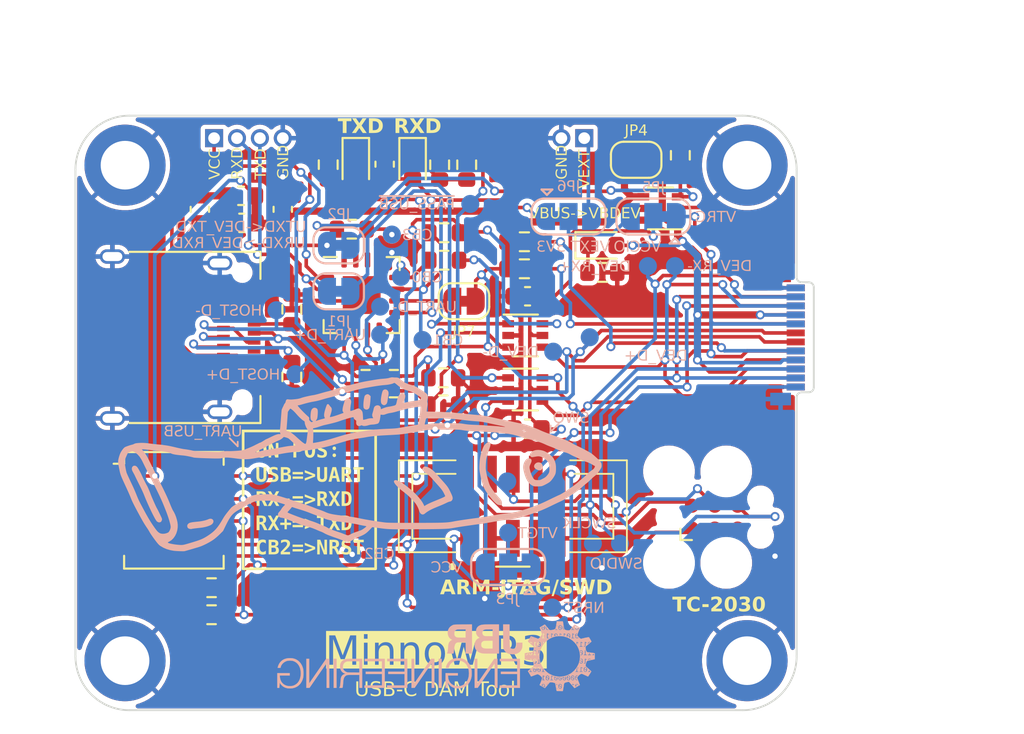
<source format=kicad_pcb>
(kicad_pcb (version 20240108) (generator "pcbnew") (generator_version "8.0")
  (title_block (title "Minnow") (date "2023-07-31") (rev "3") (company "JBR Engineering Research Ltd") (comment 1 "J.Whittington 2023"))
  (layers (0 "F.Cu" signal) (31 "B.Cu" signal) (34 "B.Paste" user) (35 "F.Paste" user) (36 "B.SilkS" user "B.Silkscreen") (37 "F.SilkS" user "F.Silkscreen") (38 "B.Mask" user) (39 "F.Mask" user) (44 "Edge.Cuts" user))
  (net 0 "")
  (net 1 "+3V3")
  (net 2 "GND")
  (net 3 "Net-(C2-Pad1)")
  (net 4 "VBUS")
  (net 5 "VCC")
  (net 6 "Net-(D1-K)")
  (net 7 "Net-(D2-K)")
  (net 10 "/HOST_CC1")
  (net 11 "/HOST_D+")
  (net 12 "/HOST_D-")
  (net 18 "/HOST_CC2")
  (net 22 "/SWDIO")
  (net 23 "/DEV_CC1")
  (net 24 "/DEV_D+")
  (net 25 "/DEV_D-")
  (net 26 "/VTARGET")
  (net 27 "/DEV_RX-")
  (net 28 "/DEV_RX+")
  (net 29 "/DEV_CC2")
  (net 30 "/~{RESET}")
  (net 33 "Net-(J4-Pin_1)")
  (net 34 "/DEV_RXD")
  (net 35 "Net-(JP1-B)")
  (net 36 "/DEV_TXD")
  (net 37 "Net-(JP2-B)")
  (net 38 "Net-(JP5-B)")
  (net 39 "/TXLED{slash}CB1")
  (net 40 "/RXLED{slash}CB2")
  (net 41 "/UART_USB")
  (net 42 "/~{PASS_USB}")
  (net 43 "/SWT_RX+")
  (net 44 "/SWT_RX-")
  (net 45 "/TXDEN{slash}CB0")
  (net 46 "/SLEEP{slash}CB3")
  (net 47 "/UART_D+")
  (net 48 "/UART_D-")
  (net 49 "/VREF")
  (net 50 "/VBUS_DEV")
  (net 51 "Net-(JP7-A)")
  (net 52 "/~{DEV_ON}")
  (net 56 "/SWCLK")
  (net 57 "/SWO")
  (net 58 "Net-(D4-K)")
  (footprint "Connector_USB:USB_C_Receptacle_Amphenol_12401610E4-2A" (layer "F.Cu") (at 152.89 50.31 -90)
    (property "Reference" "J1" (hide yes))
    (property "Value" "USB_C_Receptacle_Host")
  )
  (footprint "MountingHole:MountingHole_2.7mm_M2.5_ISO7380_Pad" (layer "F.Cu") (at 185.25 40.75)
    (property "Reference" "H2" (hide yes))
    (property "Value" "MountingHole_Pad")
  )
  (footprint "MountingHole:MountingHole_2.7mm_M2.5_ISO7380_Pad" (layer "F.Cu") (at 185.25 68.25)
    (property "Reference" "H4" (hide yes))
    (property "Value" "MountingHole_Pad")
  )
  (footprint "Capacitor_SMD:C_0603_1608Metric" (layer "F.Cu") (at 173.075 48.025 180)
    (property "Reference" "C5" (hide yes))
    (property "Value" "100nF")
  )
  (footprint "tuna-f1sh/jbr-kicad/Logos.pretty:jbr-binary-xs-mask" (layer "F.Cu") (at 179.5 68)
    (property "Reference" "G***" (hide yes))
    (property "Value" "LOGO" (hide yes))
  )
  (footprint "Resistor_SMD:R_0603_1608Metric" (layer "F.Cu") (at 181.55 40.2 90)
    (property "Reference" "R14" (hide yes))
    (property "Value" "22k")
  )
  (footprint "Resistor_SMD:R_0603_1608Metric" (layer "F.Cu") (at 169.7 40.725 90)
    (property "Reference" "R9" (hide yes))
    (property "Value" "680R")
  )
  (footprint "LED_SMD:LED_0603_1608Metric" (layer "F.Cu") (at 177.2125 45.2)
    (property "Reference" "D4" (hide yes))
    (property "Value" "WHITE" (hide yes))
  )
  (footprint "Connector:Tag-Connect_TC2030-IDC-FP_2x03_P1.27mm_Vertical" (layer "F.Cu") (at 183.46 60.284)
    (property "Reference" "SWD1" (hide yes))
    (property "Value" "TC2030")
  )
  (footprint "Package_DFN_QFN:QFN-16-1EP_4x4mm_P0.65mm_EP2.1x2.1mm" (layer "F.Cu") (at 163.875 47.9575)
    (property "Reference" "U1" (hide yes))
    (property "Value" "FT230XQ")
  )
  (footprint "Resistor_SMD:R_0603_1608Metric" (layer "F.Cu") (at 160 52.5 -90)
    (property "Reference" "R12" (hide yes))
    (property "Value" "5k1")
  )
  (footprint "Resistor_SMD:R_0603_1608Metric" (layer "F.Cu") (at 162.02 40.72 -90)
    (property "Reference" "R1" (hide yes))
    (property "Value" "1k")
  )
  (footprint "LED_SMD:LED_0603_1608Metric" (layer "F.Cu") (at 166.7 40.725 -90)
    (property "Reference" "D2" (hide yes))
    (property "Value" "RXD")
  )
  (footprint "LED_SMD:LED_0603_1608Metric" (layer "F.Cu") (at 163.55 40.725 -90)
    (property "Reference" "D1" (hide yes))
    (property "Value" "TXD")
  )
  (footprint "Resistor_SMD:R_0603_1608Metric" (layer "F.Cu") (at 168.2 40.725 -90)
    (property "Reference" "R2" (hide yes))
    (property "Value" "1k")
  )
  (footprint "Capacitor_SMD:C_0603_1608Metric" (layer "F.Cu") (at 165.15 40.695 90)
    (property "Reference" "C1" (hide yes))
    (property "Value" "100nF")
  )
  (footprint "MountingHole:MountingHole_2.7mm_M2.5_ISO7380_Pad" (layer "F.Cu") (at 150.75 40.75)
    (property "Reference" "H1" (hide yes))
    (property "Value" "MountingHole_Pad")
  )
  (footprint "tuna-f1sh/jbr-kicad/Misc.pretty:20021521-00010T1LF" (layer "F.Cu") (at 172.26 59.68)
    (property "Reference" "J3" (hide yes))
    (property "Value" "ARM_JTAG_SWD_10_Male")
  )
  (footprint "Resistor_SMD:R_0603_1608Metric" (layer "F.Cu") (at 177.225 46.7)
    (property "Reference" "R16" (hide yes))
    (property "Value" "1k" (hide yes))
  )
  (footprint "Button_Switch_SMD:SW_DIP_SPSTx04_Slide_Copal_CHS-04A_W5.08mm_P1.27mm_JPin" (layer "F.Cu") (at 153.46 59.905)
    (property "Reference" "SW1" (hide yes))
    (property "Value" "SW_DIP_x04")
  )
  (footprint "Package_TO_SOT_SMD:SOT-363_SC-70-6" (layer "F.Cu") (at 172.95 50.2)
    (property "Reference" "U2" (hide yes))
    (property "Value" "PI5A3157CEX")
  )
  (footprint "Connector_PinHeader_1.27mm:PinHeader_1x02_P1.27mm_Vertical" (layer "F.Cu") (at 176.22 39.25 -90)
    (property "Reference" "J4" (hide yes))
    (property "Value" "VCCIO_EXT")
  )
  (footprint "Resistor_SMD:R_0603_1608Metric" (layer "F.Cu") (at 168.4 54.05)
    (property "Reference" "R4" (hide yes))
    (property "Value" "22k")
  )
  (footprint "Connector_PinHeader_1.27mm:PinHeader_1x04_P1.27mm_Vertical" (layer "F.Cu") (at 155.69 39.25 90)
    (property "Reference" "J5" (hide yes))
    (property "Value" "PicoBlade")
  )
  (footprint "MountingHole:MountingHole_2.7mm_M2.5_ISO7380_Pad" (layer "F.Cu") (at 150.75 68.25)
    (property "Reference" "H3" (hide yes))
    (property "Value" "MountingHole_Pad")
  )
  (footprint "Resistor_SMD:R_0603_1608Metric_Pad0.98x0.95mm_HandSolder" (layer "F.Cu") (at 172.9 45)
    (property "Reference" "R11" (hide yes))
    (property "Value" "10k")
  )
  (footprint "Resistor_SMD:R_0603_1608Metric" (layer "F.Cu") (at 163.325 44.3 180)
    (property "Reference" "R15" (hide yes))
    (property "Value" "680R")
  )
  (footprint "Inductor_SMD:L_0603_1608Metric" (layer "F.Cu") (at 157.1875 42.45)
    (property "Reference" "FB1" (hide yes))
    (property "Value" "120R/0.55A")
  )
  (footprint "Capacitor_SMD:C_0603_1608Metric" (layer "F.Cu") (at 173.075 55.375 180)
    (property "Reference" "C6" (hide yes))
    (property "Value" "100nF")
  )
  (footprint "Capacitor_SMD:C_0603_1608Metric" (layer "F.Cu") (at 157.225 43.95 180)
    (property "Reference" "C4" (hide yes))
    (property "Value" "1uF")
  )
  (footprint "Capacitor_SMD:C_0603_1608Metric" (layer "F.Cu") (at 154.9 43.2 -90)
    (property "Reference" "C2" (hide yes))
    (property "Value" "10nF")
  )
  (footprint "Connector_USB:USB_C_Plug_Molex_105444" (layer "F.Cu") (at 187.99 50.31 -90)
    (property "Reference" "P1" (hide yes))
    (property "Value" "USB_C_Plug")
  )
  (footprint "Package_TO_SOT_SMD:SOT-363_SC-70-6" (layer "F.Cu") (at 180.45 43.15 180)
    (property "Reference" "U5" (hide yes))
    (property "Value" "SiP32432DR3")
  )
  (footprint "Resistor_SMD:R_0603_1608Metric" (layer "F.Cu") (at 168.45 44.5)
    (property "Reference" "R8" (hide yes))
    (property "Value" "680R")
  )
  (footprint "Jumper:SolderJumper-2_P1.3mm_Open_RoundedPad1.0x1.5mm" (layer "F.Cu") (at 179.1 40.45)
    (property "Reference" "JP4")
    (property "Value" "SolderJumper_2_Open")
  )
  (footprint "Package_DFN_QFN:UQFN-10_1.3x1.8mm_P0.4mm" (layer "F.Cu") (at 164.875 52.875 90)
    (property "Reference" "U4" (hide yes))
    (property "Value" "USB3740B-AI2")
  )
  (footprint "Resistor_SMD:R_0603_1608Metric" (layer "F.Cu") (at 168.45 46.025)
    (property "Reference" "R7" (hide yes))
    (property "Value" "680R")
  )
  (footprint "Resistor_SMD:R_0603_1608Metric" (layer "F.Cu") (at 168.4 52.55)
    (property "Reference" "R3" (hide yes))
    (property "Value" "22k")
  )
  (footprint "Jumper:SolderJumper-2_P1.3mm_Bridged_RoundedPad1.0x1.5mm" (layer "F.Cu") (at 169.55 48.3)
    (property "Reference" "JP7")
    (property "Value" "SolderJumper_2_Bridged")
  )
  (footprint "Capacitor_SMD:C_0603_1608Metric" (layer "F.Cu") (at 159.5 43.2 90)
    (property "Reference" "C3" (hide yes))
    (property "Value" "100nF")
  )
  (footprint "Package_TO_SOT_SMD:SOT-363_SC-70-6" (layer "F.Cu") (at 172.95 53.2)
    (property "Reference" "U3" (hide yes))
    (property "Value" "PI5A3157CEX")
  )
  (footprint "Resistor_SMD:R_0603_1608Metric" (layer "F.Cu") (at 155.55 65.7 180)
    (property "Reference" "R5" (hide yes))
    (property "Value" "22k")
  )
  (footprint "Resistor_SMD:R_0603_1608Metric" (layer "F.Cu") (at 160 48.75 90)
    (property "Reference" "R13" (hide yes))
    (property "Value" "5k1")
  )
  (footprint "Resistor_SMD:R_0603_1608Metric_Pad0.98x0.95mm_HandSolder" (layer "F.Cu") (at 172.9 46.5)
    (property "Reference" "R10" (hide yes))
    (property "Value" "22k")
  )
  (footprint "Resistor_SMD:R_0603_1608Metric" (layer "F.Cu") (at 155.55 64.2 180)
    (property "Reference" "R6" (hide yes))
    (property "Value" "22k")
  )
  (footprint "Jumper:SolderJumper-3_P1.3mm_Bridged12_RoundedPad1.0x1.5mm" (layer "B.Cu") (at 180.05 43.6 180)
    (property "Reference" "JP5")
    (property "Value" "SolderJumper_3_Bridged12")
  )
  (footprint "tuna-f1sh/jbr-kicad/Misc.pretty:TestPoint_Pad_D1.0mm_Tight" (layer "B.Cu") (at 174.5 51.1 180)
    (property "Reference" "TP16" (hide yes))
    (property "Value" "TestPoint_Small")
  )
  (footprint "tuna-f1sh/jbr-kicad/Misc.pretty:TestPoint_Pad_D1.0mm_Tight" (layer "B.Cu") (at 169.9 42.9 180)
    (property "Reference" "TP7" (hide yes))
    (property "Value" "TestPoint_Small")
  )
  (footprint "tuna-f1sh/jbr-kicad/Misc.pretty:TestPoint_Pad_D1.0mm_Tight" (layer "B.Cu") (at 160.2 52.35 180)
    (property "Reference" "TP11" (hide yes))
    (property "Value" "TestPoint_Small")
  )
  (footprint "Jumper:SolderJumper-3_P1.3mm_Bridged12_RoundedPad1.0x1.5mm" (layer "B.Cu") (at 172 63.05 180)
    (property "Reference" "JP3")
    (property "Value" "SolderJumper_3_Bridged12")
  )
  (footprint "tuna-f1sh/jbr-kicad/Misc.pretty:TestPoint_Pad_D1.0mm_Tight" (layer "B.Cu") (at 166.05 46.95 180)
    (property "Reference" "TP3" (hide yes))
    (property "Value" "TestPoint_Small")
  )
  (footprint "tuna-f1sh/jbr-kicad/Misc.pretty:TestPoint_Pad_D1.0mm_Tight" (layer "B.Cu") (at 164.9 48.6 180)
    (property "Reference" "TP14" (hide yes))
    (property "Value" "TestPoint_Small")
  )
  (footprint "tuna-f1sh/jbr-kicad/Misc.pretty:TestPoint_Pad_D1.0mm_Tight" (layer "B.Cu") (at 181.25 46.35 180)
    (property "Reference" "TP18" (hide yes))
    (property "Value" "TestPoint_Small")
  )
  (footprint "tuna-f1sh/jbr-kicad/Misc.pretty:TestPoint_Pad_D1.0mm_Tight" (layer "B.Cu") (at 167.25 50.45 180)
    (property "Reference" "TP4" (hide yes))
    (property "Value" "TestPoint_Small")
  )
  (footprint "tuna-f1sh/jbr-kicad/Misc.pretty:TestPoint_Pad_D1.0mm_Tight" (layer "B.Cu") (at 159.15 48.8 180)
    (property "Reference" "TP12" (hide yes))
    (property "Value" "TestPoint_Small")
  )
  (footprint "tuna-f1sh/jbr-kicad/Misc.pretty:TestPoint_Pad_D1.0mm_Tight" (layer "B.Cu") (at 176.525 50.3 180)
    (property "Reference" "TP15" (hide yes))
    (property "Value" "TestPoint_Small")
  )
  (footprint "tuna-f1sh/jbr-kicad/Misc.pretty:TestPoint_Pad_D1.0mm_Tight" (layer "B.Cu") (at 176.7 61.75 180)
    (property "Reference" "TP2" (hide yes))
    (property "Value" "TestPoint_Small")
  )
  (footprint "LOGO" (layer "B.Cu") (at 163.9 58.463802 180)
    (property "Reference" "G***" (hide yes))
    (property "Value" "LOGO" (hide yes))
  )
  (footprint "tuna-f1sh/jbr-kicad/Misc.pretty:TestPoint_Pad_D1.0mm_Tight" (layer "B.Cu") (at 174.45 65.3 180)
    (property "Reference" "TP10" (hide yes))
    (property "Value" "TestPoint_Small")
  )
  (footprint "tuna-f1sh/jbr-kicad/Misc.pretty:TestPoint_Pad_D1.0mm_Tight" (layer "B.Cu") (at 165.55 44.6 180)
    (property "Reference" "TP6" (hide yes))
    (property "Value" "TestPoint_Small")
  )
  (footprint "Jumper:SolderJumper-3_P1.3mm_Bridged12_RoundedPad1.0x1.5mm" (layer "B.Cu") (at 175.35 43.6)
    (property "Reference" "JP6")
    (property "Value" "SolderJumper_3_Bridged12")
  )
  (footprint "tuna-f1sh/jbr-kicad/Misc.pretty:TestPoint_Pad_D1.0mm_Tight" (layer "B.Cu") (at 179.75 46.35 180)
    (property "Reference" "TP17" (hide yes))
    (property "Value" "TestPoint_Small")
  )
  (footprint "Jumper:SolderJumper-2_P1.3mm_Bridged_RoundedPad1.0x1.5mm" (layer "B.Cu") (at 162.6 47.75)
    (property "Reference" "JP1")
    (property "Value" "SolderJumper_2_Bridged")
  )
  (footprint "tuna-f1sh/jbr-kicad/Misc.pretty:TestPoint_Pad_D1.0mm_Tight" (layer "B.Cu") (at 163.35 62.35 180)
    (property "Reference" "TP5" (hide yes))
    (property "Value" "TestPoint_Small")
  )
  (footprint "tuna-f1sh/jbr-kicad/Misc.pretty:TestPoint_Pad_D1.0mm_Tight" (layer "B.Cu") (at 158.2 58 180)
    (property "Reference" "TP8" (hide yes))
    (property "Value" "TestPoint_Small")
  )
  (footprint "tuna-f1sh/jbr-kicad/Misc.pretty:TestPoint_Pad_D1.0mm_Tight" (layer "B.Cu") (at 171.95 58.3 180)
    (property "Reference" "TP1" (hide yes))
    (property "Value" "TestPoint_Small")
  )
  (footprint "tuna-f1sh/jbr-kicad/Misc.pretty:TestPoint_Pad_D1.0mm_Tight" (layer "B.Cu") (at 164.9 50.15 180)
    (property "Reference" "TP13" (hide yes))
    (property "Value" "TestPoint_Small")
  )
  (footprint "tuna-f1sh/jbr-kicad/Misc.pretty:TestPoint_Pad_D1.0mm_Tight" (layer "B.Cu") (at 178.2 61.75 180)
    (property "Reference" "TP9" (hide yes))
    (property "Value" "TestPoint_Small")
  )
  (footprint "Jumper:SolderJumper-2_P1.3mm_Bridged_RoundedPad1.0x1.5mm" (layer "B.Cu") (at 162.6 45.2)
    (property "Reference" "JP2")
    (property "Value" "SolderJumper_2_Bridged")
  )
  (footprint "tuna-f1sh/jbr-kicad/Logos.pretty:jbr_logo_xs" (layer "B.Cu") (at 167.992063 68 180)
    (property "Reference" "G***" (hide yes))
    (property "Value" "LOGO" (hide yes))
  )
  (footprint "tuna-f1sh/jbr-kicad/Misc.pretty:TestPoint_Pad_D1.0mm_Tight" (layer "B.Cu") (at 172 61.15 180)
    (property "Reference" "TP19" (hide yes))
    (property "Value" "TestPoint_Small")
  )
  (gr_line (start 174.8 55.1) (end 174.35 55.55) (stroke (width 0.1)) (layer "B.SilkS"))
  (gr_line (start 157 56.35) (end 157 56.1) (stroke (width 0.1)) (layer "B.SilkS"))
  (gr_line (start 174.35 55.55) (end 174.35 55.2) (stroke (width 0.1)) (layer "B.SilkS"))
  (gr_line (start 156.55 55.9) (end 157 56.35) (stroke (width 0.1)) (layer "B.SilkS"))
  (gr_line (start 185 71) (end 151 71) (stroke (width 0.1)) (layer "Edge.Cuts"))
  (gr_line (start 188.950546 53.08) (end 188.950546 47.524454) (stroke (width 0.1)) (layer "Edge.Cuts"))
  (gr_arc (start 188.675546 47.249454) (mid 188.87 47.33) (end 188.950546 47.524454) (stroke (width 0.1)) (layer "Edge.Cuts"))
  (gr_arc (start 188 68) (mid 187.12132 70.12132) (end 185 71) (stroke (width 0.1)) (layer "Edge.Cuts"))
  (gr_arc (start 148 41) (mid 148.87868 38.87868) (end 151 38) (stroke (width 0.1)) (layer "Edge.Cuts"))
  (gr_line (start 188 46.973866) (end 188 41) (stroke (width 0.1)) (layer "Edge.Cuts"))
  (gr_arc (start 188.950546 53.08) (mid 188.87 53.274454) (end 188.675546 53.355) (stroke (width 0.1)) (layer "Edge.Cuts"))
  (gr_line (start 151 38) (end 185 38) (stroke (width 0.1)) (layer "Edge.Cuts"))
  (gr_line (start 188 53.64) (end 188 68) (stroke (width 0.1)) (layer "Edge.Cuts"))
  (gr_arc (start 151 71) (mid 148.87868 70.12132) (end 148 68) (stroke (width 0.1)) (layer "Edge.Cuts"))
  (gr_line (start 148 68) (end 148 41) (stroke (width 0.1)) (layer "Edge.Cuts"))
  (gr_arc (start 185 38) (mid 187.12132 38.87868) (end 188 41) (stroke (width 0.1)) (layer "Edge.Cuts"))
  (gr_line (start 188.675546 53.355588) (end 188.275 53.355588) (stroke (width 0.1)) (layer "Edge.Cuts"))
  (gr_arc (start 188 53.630588) (mid 188.080546 53.436134) (end 188.275 53.355588) (stroke (width 0.1)) (layer "Edge.Cuts"))
  (gr_line (start 188.275 47.248866) (end 188.675546 47.248866) (stroke (width 0.1)) (layer "Edge.Cuts"))
  (gr_arc (start 188.275 47.248866) (mid 188.080546 47.16832) (end 188 46.973866) (stroke (width 0.1)) (layer "Edge.Cuts"))
  (gr_text "SWDIO" (at 179.45 63.25 0) (layer "B.SilkS") (effects (font (size 0.6 0.6) (thickness 0.1)) (justify left bottom mirror)))
  (gr_text "VEXT" (at 177.65 45.65 0) (layer "B.SilkS") (effects (font (size 0.6 0.6) (thickness 0.1)) (justify left bottom mirror)))
  (gr_text "CB0" (at 168.35 47.35 0) (layer "B.SilkS") (effects (font (size 0.6 0.6) (thickness 0.1)) (justify left bottom mirror)))
  (gr_text "CB2" (at 165.7 62.7 0) (layer "B.SilkS") (effects (font (size 0.6 0.6) (thickness 0.1)) (justify left bottom mirror)))
  (gr_text "VTRG" (at 184.65 44 0) (layer "B.SilkS") (effects (font (size 0.6 0.6) (thickness 0.1)) (justify left bottom mirror)))
  (gr_text "SWO" (at 176.5 55.15 0) (layer "B.SilkS") (effects (font (size 0.6 0.6) (thickness 0.1)) (justify left bottom mirror)))
  (gr_text "NRST" (at 177.35 65.7 0) (layer "B.SilkS") (effects (font (size 0.6 0.6) (thickness 0.1)) (justify left bottom mirror)))
  (gr_text "UART_USB" (at 157.25 55.9 0) (layer "B.SilkS") (effects (font (size 0.6 0.6) (thickness 0.1)) (justify left bottom mirror)))
  (gr_text "HOST_D+" (at 159.35 52.75 0) (layer "B.SilkS") (effects (font (size 0.6 0.6) (thickness 0.1)) (justify left bottom mirror)))
  (gr_text "VCCIO" (at 180.5 45.65 0) (layer "B.SilkS") (effects (font (size 0.6 0.6) (thickness 0.1)) (justify left bottom mirror)))
  (gr_text "DEV_D-" (at 173.7 51.5 0) (layer "B.SilkS") (effects (font (size 0.6 0.6) (thickness 0.1)) (justify left bottom mirror)))
  (gr_text "UART_D-" (at 169.15 49 0) (layer "B.SilkS") (effects (font (size 0.6 0.6) (thickness 0.1)) (justify left bottom mirror)))
  (gr_text "UTXD<-DEV_TXD" (at 160.8 44.55 0) (layer "B.SilkS") (effects (font (size 0.6 0.6) (thickness 0.1)) (justify left bottom mirror)))
  (gr_text "CB1" (at 169.5 50.85 0) (layer "B.SilkS") (effects (font (size 0.6 0.6) (thickness 0.1)) (justify left bottom mirror)))
  (gr_text "~{PASS_USB}" (at 169.05 43.3 0) (layer "B.SilkS") (effects (font (size 0.6 0.6) (thickness 0.1)) (justify left bottom mirror)))
  (gr_text "UART_D+" (at 164.1 50.55 0) (layer "B.SilkS") (effects (font (size 0.6 0.6) (thickness 0.1)) (justify left bottom mirror)))
  (gr_text "3V3" (at 175.2 45.65 0) (layer "B.SilkS") (effects (font (size 0.6 0.6) (thickness 0.1)) (justify left bottom mirror)))
  (gr_text "URXD->DEV_RXD" (at 160.75 45.45 0) (layer "B.SilkS") (effects (font (size 0.6 0.6) (thickness 0.1)) (justify left bottom mirror)))
  (gr_text "VCC" (at 169.45 63.45 0) (layer "B.SilkS") (effects (font (size 0.6 0.6) (thickness 0.1)) (justify left bottom mirror)))
  (gr_text "HOST_D-" (at 158.35 49.2 0) (layer "B.SilkS") (effects (font (size 0.6 0.6) (thickness 0.1)) (justify left bottom mirror)))
  (gr_text "DEV_RX-" (at 185.525 46.725 0) (layer "B.SilkS") (effects (font (size 0.6 0.6) (thickness 0.1)) (justify left bottom mirror)))
  (gr_text "CB3" (at 167.8 45 0) (layer "B.SilkS") (effects (font (size 0.6 0.6) (thickness 0.1)) (justify left bottom mirror)))
  (gr_text "DEV_D+" (at 181.95 51.7 0) (layer "B.SilkS") (effects (font (size 0.6 0.6) (thickness 0.1)) (justify left bottom mirror)))
  (gr_text "SWCLK" (at 178 61 0) (layer "B.SilkS") (effects (font (size 0.6 0.6) (thickness 0.1)) (justify left bottom mirror)))
  (gr_text "DEV_RX+" (at 178.8 46.75 0) (layer "B.SilkS") (effects (font (size 0.6 0.6) (thickness 0.1)) (justify left bottom mirror)))
  (gr_text "VTGT" (at 174.75 61.55 0) (layer "B.SilkS") (effects (font (size 0.6 0.6) (thickness 0.1)) (justify left bottom mirror)))
  (gr_text "Minnow R${REVISION}" (at 168 68.75 0) (layer "F.SilkS" knockout) (effects (font (size 1.6 1.6)) (justify bottom)))
  (gr_text "USB-C DAM Tool" (at 167.95 70.35 0) (layer "F.SilkS") (effects (font (size 0.8 0.8) (thickness 0.15) (italic yes)) (justify bottom)))
  (gr_text "VEXT" (at 176.6 42.05529 90) (layer "F.SilkS") (effects (font (size 0.6 0.6) (thickness 0.1)) (justify left bottom)))
  (gr_text "GND" (at 175.35 41.55 90) (layer "F.SilkS") (effects (font (size 0.6 0.6) (thickness 0.1)) (justify left bottom)))
  (gr_text "TXD" (at 162.55 39.1 0) (layer "F.SilkS") (effects (font (size 0.8 0.8) (thickness 0.16) (bold yes) (italic yes)) (justify left bottom)))
  (gr_text "VCC" (at 156.1 41.55 90) (layer "F.SilkS") (effects (font (size 0.6 0.6) (thickness 0.1)) (justify left bottom)))
  (gr_text "ARM-JTAG/SWD" (at 168.217684 64.7 0) (layer "F.SilkS") (effects (font (size 0.8 0.8) (thickness 0.2) (bold yes) (italic yes)) (justify left bottom)))
  (gr_text "RXD" (at 165.65 39.1 0) (layer "F.SilkS") (effects (font (size 0.8 0.8) (thickness 0.16) (bold yes) (italic yes)) (justify left bottom)))
  (gr_text "TC-2030" (at 181.101982 65.65 0) (layer "F.SilkS") (effects (font (size 0.8 0.8) (thickness 0.2) (bold yes) (italic yes)) (justify left bottom)))
  (gr_text "RXD" (at 157.35 41.55 90) (layer "F.SilkS") (effects (font (size 0.6 0.6) (thickness 0.1)) (justify left bottom)))
  (gr_text "VBUS->VBDEV" (at 173.15 43.8 0) (layer "F.SilkS") (effects (font (size 0.6 0.6) (thickness 0.1)) (justify left bottom)))
  (gr_text "GND" (at 159.9 41.55 90) (layer "F.SilkS") (effects (font (size 0.6 0.6) (thickness 0.1)) (justify left bottom)))
  (gr_text "TXD" (at 158.65 41.55 90) (layer "F.SilkS") (effects (font (size 0.6 0.6) (thickness 0.1)) (justify left bottom)))
  (gr_text_box "ON POS:\nUSB=>UART\nRX-=>RXD\nRX+=>TXD\nCB2=>NRST" (start 157.3 55.5) (end 164.65 63.15) (layer "F.SilkS") (effects (font (size 0.8 0.8) (thickness 0.15) (bold yes)) (justify left top)) (border yes) (stroke (width 0.15)))
  (segment (start 165.825 49.525) (end 165.825 48.9325) (width 0.2) (layer "F.Cu") (net 1))
  (segment (start 164.85 49.9075) (end 165.4425 49.9075) (width 0.2) (layer "F.Cu") (net 1))
  (segment (start 173.05 43.1) (end 172.05 43.1) (width 0.2) (layer "F.Cu") (net 1))
  (segment (start 167.775 48.925) (end 165.8325 48.925) (width 0.2) (layer "F.Cu") (net 1))
  (segment (start 171.635265 42.685265) (end 167.723575 42.685265) (width 0.2) (layer "F.Cu") (net 1))
  (segment (start 165.4425 49.9075) (end 165.825 49.525) (width 0.2) (layer "F.Cu") (net 1))
  (segment (start 172.05 43.1) (end 171.635265 42.685265) (width 0.2) (layer "F.Cu") (net 1))
  (segment (start 163.55 41.5125) (end 166.7 41.5125) (width 0.2) (layer "F.Cu") (net 1))
  (segment (start 167.723575 42.536075) (end 166.7 41.5125) (width 0.2) (layer "F.Cu") (net 1))
  (via (at 167.723575 42.685265) (size 0.5) (drill 0.3) (layers "F.Cu" "B.Cu") (net 1))
  (via (at 173.05 43.1) (size 0.5) (drill 0.3) (layers "F.Cu" "B.Cu") (net 1))
  (via (at 167.775 48.925) (size 0.5) (drill 0.3) (layers "F.Cu" "B.Cu") (net 1))
  (segment (start 173.55 43.6) (end 173.05 43.1) (width 0.2) (layer "B.Cu") (net 1))
  (segment (start 167.775 48.925) (end 167.8 48.9) (width 0.2) (layer "B.Cu") (net 1))
  (segment (start 174.05 43.6) (end 173.55 43.6) (width 0.2) (layer "B.Cu") (net 1))
  (segment (start 167.8 48.9) (end 167.8 42.76169) (width 0.2) (layer "B.Cu") (net 1))
  (segment (start 167.8 42.76169) (end 167.723575 42.685265) (width 0.2) (layer "B.Cu") (net 1))
  (segment (start 161.9 52.45) (end 162.4 51.95) (width 0.2) (layer "F.Cu") (net 2))
  (segment (start 185.895283 62.45) (end 184.73 61.284717) (width 0.2) (layer "F.Cu") (net 2))
  (segment (start 165.1425 46.0075) (end 165.55 45.6) (width 0.2) (layer "F.Cu") (net 2))
  (segment (start 186.235 53.06) (end 186.225 53.05) (width 0.2) (layer "F.Cu") (net 2))
  (segment (start 160 47.925) (end 160.3575 48.2825) (width 0.2) (layer "F.Cu") (net 2))
  (segment (start 186.225 53.05) (end 186.15 53.125) (width 0.2) (layer "F.Cu") (net 2))
  (segment (start 182.9 43.1) (end 185.25 40.75) (width 0.2) (layer "F.Cu") (net 2))
  (segment (start 164.85 46.0075) (end 165.1425 46.0075) (width 0.2) (layer "F.Cu") (net 2))
  (segment (start 157.145406 47.56) (end 157.91 47.56) (width 0.2) (layer "F.Cu") (net 2))
  (segment (start 184.73 61.284717) (end 184.73 60.919) (width 0.2) (layer "F.Cu") (net 2))
  (segment (start 164.0495 55.8995) (end 161.9 53.75) (width 0.2) (layer "F.Cu") (net 2))
  (segment (start 156 54.44) (end 156 53.02) (width 0.2) (layer "F.Cu") (net 2))
  (segment (start 163.05 51.95) (end 163.575 52.475) (width 0.2) (layer "F.Cu") (net 2))
  (segment (start 159.5 42.425) (end 159.5 41.4) (width 0.2) (layer "F.Cu") (net 2))
  (segment (start 157.41 53.06) (end 157.16 52.81) (width 0.2) (layer "F.Cu") (net 2))
  (segment (start 157.16 52.81) (end 156.21 52.81) (width 0.2) (layer "F.Cu") (net 2))
  (segment (start 187.95 47.56) (end 186.28 47.56) (width 0.2) (layer "F.Cu") (net 2))
  (segment (start 168.6505 55.8995) (end 164.0495 55.8995) (width 0.2) (layer "F.Cu") (net 2))
  (segment (start 161.9 53.75) (end 161.9 52.45) (width 0.2) (layer "F.Cu") (net 2))
  (segment (start 156.895406 47.31) (end 157.145406 47.56) (width 0.2) (layer "F.Cu") (net 2))
  (segment (start 156.21 47.31) (end 156.895406 47.31) (width 0.2) (layer "F.Cu") (net 2))
  (segment (start 161.925 48.2825) (end 163.55 48.2825) (width 0.2) (layer "F.Cu") (net 2))
  (segment (start 187.95 53.06) (end 186.235 53.06) (width 0.2) (layer "F.Cu") (net 2))
  (segment (start 169.225 52.55) (end 169.225 54.05) (width 0.2) (layer "F.Cu") (net 2))
  (segment (start 164.85 46.0075) (end 164.85 46.9825) (width 0.2) (layer "F.Cu") (net 2))
  (segment (start 169.225 54.05) (end 169.225 55.325) (width 0.2) (layer "F.Cu") (net 2))
  (segment (start 180.1 44) (end 180.55 44.45) (width 0.2) (layer "F.Cu") (net 2))
  (segment (start 169.225 55.325) (end 168.6505 55.8995) (width 0.2) (layer "F.Cu") (net 2))
  (segment (start 156 46.18) (end 156 47.1) (width 0.2) (layer "F.Cu") (net 2))
  (segment (start 157.91 53.06) (end 157.41 53.06) (width 0.2) (layer "F.Cu") (net 2))
  (segment (start 156 47.1) (end 156.21 47.31) (width 0.2) (layer "F.Cu") (net 2))
  (segment (start 169.225 52.55) (end 169.875 53.2) (width 0.2) (layer "F.Cu") (net 2))
  (segment (start 180.025 43.15) (end 180.1 43.225) (width 0.2) (layer "F.Cu") (net 2))
  (segment (start 186.8 62.45) (end 185.895283 62.45) (width 0.2) (layer "F.Cu") (net 2))
  (segment (start 180.55 44.45) (end 180.55 45.68) (width 0.2) (layer "F.Cu") (net 2))
  (segment (start 186.99 53.05) (end 186.225 53.05) (width 0.2) (layer "F.Cu") (net 2))
  (segment (start 164.85 46.9825) (end 163.875 47.9575) (width 0.2) (layer "F.Cu") (net 2))
  (segment (start 180.1 43.225) (end 180.1 44) (width 0.2) (layer "F.Cu") (net 2))
  (segment (start 187 53.06) (end 186.99 53.05) (width 0.2) (layer "F.Cu") (net 2))
  (segment (start 186.28 47.56) (end 186.16 47.44) (width 0.2) (layer "F.Cu") (net 2))
  (segment (start 170.425 55.25) (end 172.175 55.25) (width 0.2) (layer "F.Cu") (net 2))
  (segment (start 169.225 54.05) (end 170.425 55.25) (width 0.2) (layer "F.Cu") (net 2))
  (segment (start 170.7005 64.8) (end 170.7 64.8005) (width 0.2) (layer "F.Cu") (net 2))
  (segment (start 170.7 64.8005) (end 170.67 64.7705) (width 0.2) (layer "F.Cu") (net 2))
  (segment (start 162.4 51.95) (end 163.05 51.95) (width 0.2) (layer "F.Cu") (net 2))
  (segment (start 156 53.02) (end 156.21 52.81) (width 0.2) (layer "F.Cu") (net 2))
  (segment (start 169.875 53.2) (end 172 53.2) (width 0.2) (layer "F.Cu") (net 2))
  (segment (start 179.5 43.15) (end 180.025 43.15) (width 0.2) (layer "F.Cu") (net 2))
  (segment (start 163.575 52.475) (end 164 52.475) (width 0.2) (layer "F.Cu") (net 2))
  (segment (start 160.3575 48.2825) (end 161.925 48.2825) (width 0.2) (layer "F.Cu") (net 2))
  (segment (start 186.16 46.89) (end 186.16 47.44) (width 0.2) (layer "F.Cu") (net 2))
  (segment (start 181.45 43.1) (end 182.9 43.1) (width 0.2) (layer "F.Cu") (net 2))
  (via (at 170.7 64.8005) (size 0.5) (drill 0.3) (layers "F.Cu" "B.Cu") (net 2))
  (via (at 186.8 62.45) (size 0.5) (drill 0.3) (layers "F.Cu" "B.Cu") (net 2))
  (via (at 159.5 41.4) (size 0.5) (drill 0.3) (layers "F.Cu" "B.Cu") (net 2))
  (via (at 177.2 63.1) (size 0.5) (drill 0.3) (layers "F.Cu" "B.Cu") (net 2))
  (via (at 165.55 45.6) (size 0.5) (drill 0.3) (layers "F.Cu" "B.Cu") (net 2))
  (segment (start 159.5 39.25) (end 159.5 41.4) (width 0.2) (layer "B.Cu") (net 2))
  (segment (start 187.95 53.06) (end 186.19 53.06) (width 0.2) (layer "B.Cu") (net 2))
  (segment (start 187.95 47.56) (end 186.385 47.56) (width 0.2) (layer "B.Cu") (net 2))
  (segment (start 186.16 53.09) (end 186.16 53.73) (width 0.2) (layer "B.Cu") (net 2))
  (segment (start 186.19 53.06) (end 186.16 53.09) (width 0.2) (layer "B.Cu") (net 2))
  (segment (start 186.385 47.56) (end 185.975 47.15) (width 0.2) (layer "B.Cu") (net 2))
  (segment (start 156.21 51.31) (end 154.483195 51.31) (width 0.2) (layer "F.Cu") (net 3))
  (segment (start 153.85 50.676805) (end 153.85 48.68) (width 0.2) (layer "F.Cu") (net 3))
  (segment (start 153.98 48.81) (end 153.85 48.68) (width 0.2) (layer "F.Cu") (net 3))
  (segment (start 156.95 48.81) (end 156.21 48.81) (width 0.2) (layer "F.Cu") (net 3))
  (segment (start 156.21 48.81) (end 153.98 48.81) (width 0.2) (layer "F.Cu") (net 3))
  (segment (start 157.2 49.06) (end 156.95 48.81) (width 0.2) (layer "F.Cu") (net 3))
  (segment (start 154.9 42.425) (end 153.85 43.475) (width 0.4) (layer "F.Cu") (net 3))
  (segment (start 153.85 43.475) (end 153.85 48.68) (width 0.4) (layer "F.Cu") (net 3))
  (segment (start 157.91 51.56) (end 157.2 51.56) (width 0.2) (layer "F.Cu") (net 3))
  (segment (start 154.483195 51.31) (end 153.85 50.676805) (width 0.2) (layer "F.Cu") (net 3))
  (segment (start 157.91 49.06) (end 157.2 49.06) (width 0.2) (layer "F.Cu") (net 3))
  (segment (start 156.4 42.45) (end 154.925 42.45) (width 0.4) (layer "F.Cu") (net 3))
  (segment (start 156.95 51.31) (end 156.21 51.31) (width 0.2) (layer "F.Cu") (net 3))
  (segment (start 157.2 51.56) (end 156.95 51.31) (width 0.2) (layer "F.Cu") (net 3))
  (segment (start 177.45 43.9) (end 178.85 42.5) (width 0.4) (layer "F.Cu") (net 4))
  (segment (start 172 43.9) (end 171.4 43.3) (width 0.4) (layer "F.Cu") (net 4))
  (segment (start 167.33084 43.3) (end 167.322994 43.307846) (width 0.4) (layer "F.Cu") (net 4))
  (segment (start 172 43.9) (end 177.45 43.9) (width 0.4) (layer "F.Cu") (net 4))
  (segment (start 178.85 42.5) (end 179.5 42.5) (width 0.4) (layer "F.Cu") (net 4))
  (segment (start 160.175 43.3) (end 159.5 43.975) (width 0.4) (layer "F.Cu") (net 4))
  (segment (start 157.975 42.45) (end 157.975 43.925) (width 0.4) (layer "F.Cu") (net 4))
  (segment (start 157.1505 41.6) (end 157.1505 41.6255) (width 0.2) (layer "F.Cu") (net 4))
  (segment (start 166.81809 43.3) (end 160.175 43.3) (width 0.4) (layer "F.Cu") (net 4))
  (segment (start 178.45 42.1) (end 178.45 40.45) (width 0.4) (layer "F.Cu") (net 4))
  (segment (start 166.85 52.3) (end 166.85 51.375) (width 0.2) (layer "F.Cu") (net 4))
  (segment (start 165.75 52.475) (end 165.775 52.45) (width 0.2) (layer "F.Cu") (net 4))
  (segment (start 171.9875 45) (end 171.9875 43.9125) (width 0.4) (layer "F.Cu") (net 4))
  (segment (start 171.9875 43.9125) (end 172 43.9) (width 0.4) (layer "F.Cu") (net 4))
  (segment (start 171.9875 46.5) (end 171.9875 45) (width 0.4) (layer "F.Cu") (net 4))
  (segment (start 171.9875 46.5) (end 170.85 46.5) (width 0.2) (layer "F.Cu") (net 4))
  (segment (start 170.5218 46.8282) (end 170.2 47.15) (width 0.2) (layer "F.Cu") (net 4))
  (segment (start 166.825936 43.307846) (end 166.81809 43.3) (width 0.4) (layer "F.Cu") (net 4))
  (segment (start 178.85 42.5) (end 178.45 42.1) (width 0.4) (layer "F.Cu") (net 4))
  (segment (start 166.7 52.45) (end 166.85 52.3) (width 0.2) (layer "F.Cu") (net 4))
  (segment (start 167.4093 50.8157) (end 170.8843 50.8157) (width 0.2) (layer "F.Cu") (net 4))
  (segment (start 171.4 43.3) (end 167.33084 43.3) (width 0.4) (layer "F.Cu") (net 4))
  (segment (start 165.775 52.45) (end 166.7 52.45) (width 0.2) (layer "F.Cu") (net 4))
  (segment (start 170.85 46.5) (end 170.5218 46.8282) (width 0.2) (layer "F.Cu") (net 4))
  (segment (start 166.85 51.375) (end 167.4093 50.8157) (width 0.2) (layer "F.Cu") (net 4))
  (segment (start 157.1505 41.6255) (end 157.975 42.45) (width 0.2) (layer "F.Cu") (net 4))
  (segment (start 167.322994 43.307846) (end 166.825936 43.307846) (width 0.4) (layer "F.Cu") (net 4))
  (segment (start 152.4 58) (end 150.92 58) (width 0.2) (layer "F.Cu") (net 4))
  (segment (start 159.5 43.975) (end 158.025 43.975) (width 0.4) (layer "F.Cu") (net 4))
  (segment (start 158 43.95) (end 158 42.475) (width 0.2) (layer "F.Cu") (net 4))
  (segment (start 170.2 47.15) (end 170.2 48.3) (width 0.2) (layer "F.Cu") (net 4))
  (via (at 170.8843 50.8157) (size 0.5) (drill 0.3) (layers "F.Cu" "B.Cu") (net 4))
  (via (at 152.4 58) (size 0.5) (drill 0.3) (layers "F.Cu" "B.Cu") (net 4))
  (via (at 170.5218 46.8282) (size 0.5) (drill 0.3) (layers "F.Cu" "B.Cu") (net 4))
  (via (at 157.1505 41.6) (size 0.5) (drill 0.3) (layers "F.Cu" "B.Cu") (net 4))
  (segment (start 156.525 41.6) (end 152.4 45.725) (width 0.2) (layer "B.Cu") (net 4))
  (segment (start 170.8843 50.8157) (end 170.8843 47.1907) (width 0.2) (layer "B.Cu") (net 4))
  (segment (start 170.8843 47.1907) (end 170.5218 46.8282) (width 0.2) (layer "B.Cu") (net 4))
  (segment (start 157.1505 41.6) (end 156.525 41.6) (width 0.2) (layer "B.Cu") (net 4))
  (segment (start 152.4 45.725) (end 152.4 58) (width 0.2) (layer "B.Cu") (net 4))
  (segment (start 160.8 45.6995) (end 160.8 46.35) (width 0.2) (layer "F.Cu") (net 5))
  (segment (start 160.8 46.35) (end 161.4325 46.9825) (width 0.2) (layer "F.Cu") (net 5))
  (segment (start 160.15 40.8) (end 155.7 40.8) (width 0.2) (layer "F.Cu") (net 5))
  (segment (start 173.375 50.2) (end 173.9 50.2) (width 0.2) (layer "F.Cu") (net 5))
  (segment (start 173.2 50.025) (end 173.375 50.2) (width 0.2) (layer "F.Cu") (net 5))
  (segment (start 173.2 50.025) (end 173.2 53.025) (width 0.2) (layer "F.Cu") (net 5))
  (segment (start 173.2 54.725) (end 173.85 55.375) (width 0.2) (layer "F.Cu") (net 5))
  (segment (start 150.92 59.27) (end 150.92 60.54) (width 0.2) (layer "F.Cu") (net 5))
  (segment (start 171.25 55.75) (end 169.4 55.75) (width 0.2) (layer "F.Cu") (net 5))
  (segment (start 155.25 40.8) (end 155.7 40.8) (width 0.2) (layer "F.Cu") (net 5))
  (segment (start 175.7 44.4) (end 179.75 44.4) (width 0.2) (layer "F.Cu") (net 5))
  (segment (start 174.95 55.4) (end 173.875 55.4) (width 0.2) (layer "F.Cu") (net 5))
  (segment (start 169.4 55.75) (end 168.15 57) (width 0.2) (layer "F.Cu") (net 5))
  (segment (start 174.575 48.025) (end 175.45 47.15) (width 0.2) (layer "F.Cu") (net 5))
  (segment (start 161.4325 46.9825) (end 161.925 46.9825) (width 0.2) (layer "F.Cu") (net 5))
  (segment (start 175.45 44.65) (end 175.7 44.4) (width 0.2) (layer "F.Cu") (net 5))
  (segment (start 173.2 53.025) (end 173.2 54.725) (width 0.2) (layer "F.Cu") (net 5))
  (segment (start 153.4 57) (end 153.35 57.05) (width 0.2) (layer "F.Cu") (net 5))
  (segment (start 173.2 48.675) (end 173.2 50.025) (width 0.2) (layer "F.Cu") (net 5))
  (segment (start 173.85 48.025) (end 173.2 48.675) (width 0.2) (layer "F.Cu") (net 5))
  (segment (start 153.35 42.7) (end 153.35 58.5) (width 0.2) (layer "F.Cu") (net 5))
  (segment (start 175.45 47.15) (end 175.45 44.65) (width 0.2) (layer "F.Cu") (net 5))
  (segment (start 173.375 53.2) (end 173.9 53.2) (width 0.2) (layer "F.Cu") (net 5))
  (segment (start 168.15 57) (end 153.4 57) (width 0.2) (layer "F.Cu") (net 5))
  (segment (start 155.69 39.25) (end 155.69 40.79) (width 0.2) (layer "F.Cu") (net 5))
  (segment (start 153.35 58.5) (end 152.58 59.27) (width 0.2) (layer "F.Cu") (net 5))
  (segment (start 152.58 59.27) (end 150.92 59.27) (width 0.2) (layer "F.Cu") (net 5))
  (segment (start 155.25 40.8) (end 153.35 42.7) (width 0.2) (layer "F.Cu") (net 5))
  (segment (start 160.5 41.15) (end 160.15 40.8) (width 0.2) (layer "F.Cu") (net 5))
  (segment (start 173.2 53.025) (end 173.375 53.2) (width 0.2) (layer "F.Cu") (net 5))
  (segment (start 173.85 48.025) (end 174.575 48.025) (width 0.2) (layer "F.Cu") (net 5))
  (segment (start 179.75 44.4) (end 180.05 44.7) (width 0.2) (layer "F.Cu") (net 5))
  (segment (start 155.69 40.79) (end 155.7 40.8) (width 0.2) (layer "F.Cu") (net 5))
  (via (at 174.95 55.4) (size 0.5) (drill 0.3) (layers "F.Cu" "B.Cu") (net 5))
  (via (at 170.25 55.75) (size 0.5) (drill 0.3) (layers "F.Cu" "B.Cu") (net 5))
  (via (at 171.25 55.75) (size 0.5) (drill 0.3) (layers "F.Cu" "B.Cu") (net 5))
  (via (at 180.05 44.7) (size 0.5) (drill 0.3) (layers "F.Cu" "B.Cu") (net 5))
  (via (at 160.8 45.6995) (size 0.5) (drill 0.3) (layers "F.Cu" "B.Cu") (net 5))
  (via (at 160.5 41.15) (size 0.5) (drill 0.3) (layers "F.Cu" "B.Cu") (net 5))
  (segment (start 161.5 42.857107) (end 161.5 42.15) (width 0.2) (layer "B.Cu") (net 5))
  (segment (start 160.75 43.607107) (end 161.5 42.857107) (width 0.2) (layer "B.Cu") (net 5))
  (segment (start 171.25 55.75) (end 174.6 55.75) (width 0.2) (layer "B.Cu") (net 5))
  (segment (start 170.75 58.894974) (end 170.4 58.544974) (width 0.2) (layer "B.Cu") (net 5))
  (segment (start 170.75 63) (end 170.75 58.894974) (width 0.2) (layer "B.Cu") (net 5))
  (segment (start 160.75 45.6495) (end 160.75 43.607107) (width 0.2) (layer "B.Cu") (net 5))
  (segment (start 170.4 55.9) (end 170.25 55.75) (width 0.2) (layer "B.Cu") (net 5))
  (segment (start 180.05 44.7) (end 180.05 43.6) (width 0.2) (layer "B.Cu") (net 5))
  (segment (start 161.5 42.15) (end 160.5 41.15) (width 0.2) (layer "B.Cu") (net 5))
  (segment (start 160.8 45.6995) (end 160.75 45.6495) (width 0.2) (layer "B.Cu") (net 5))
  (segment (start 174.6 55.75) (end 174.95 55.4) (width 0.2) (layer "B.Cu") (net 5))
  (segment (start 170.4 58.544974) (end 170.4 55.9) (width 0.2) (layer "B.Cu") (net 5))
  (segment (start 162.02 39.895) (end 163.5075 39.895) (width 0.2) (layer "F.Cu") (net 6))
  (segment (start 166.7 39.9375) (end 168.1625 39.9375) (width 0.2) (layer "F.Cu") (net 7))
  (segment (start 157.91 49.56) (end 159.985 49.56) (width 0.2) (layer "F.Cu") (net 10))
  (segment (start 155.148751 50.31) (end 156.21 50.31) (width 0.2) (layer "F.Cu") (net 11))
  (segment (start 162.84519 53.275) (end 164 53.275) (width 0.2) (layer "F.Cu") (net 11))
  (segment (start 162.8 53.32019) (end 162.84519 53.275) (width 0.2) (layer "F.Cu") (net 11))
  (segment (start 159.25 50.3845) (end 158.9255 50.06) (width 0.2) (layer "F.Cu") (net 11))
  (segment (start 155.095315 50.256564) (end 155.148751 50.31) (width 0.2) (layer "F.Cu") (net 11))
  (segment (start 158.9255 50.06) (end 157.91 50.06) (width 0.2) (layer "F.Cu") (net 11))
  (via (at 162.8 53.32019) (size 0.5) (drill 0.3) (layers "F.Cu" "B.Cu") (net 11))
  (via (at 155.095315 50.256564) (size 0.5) (drill 0.3) (layers "F.Cu" "B.Cu") (net 11))
  (via (at 159.25 50.3845) (size 0.5) (drill 0.3) (layers "F.Cu" "B.Cu") (net 11))
  (segment (start 155.095315 50.256564) (end 155.223251 50.3845) (width 0.2) (layer "B.Cu") (net 11))
  (segment (start 161.001256 51.548744) (end 162.772702 53.32019) (width 0.2) (layer "B.Cu") (net 11))
  (segment (start 159.837012 50.3845) (end 161.001256 51.548744) (width 0.2) (layer "B.Cu") (net 11))
  (segment (start 160.2 52.35) (end 161.001256 51.548744) (width 0.2) (layer "B.Cu") (net 11))
  (segment (start 162.772702 53.32019) (end 162.8 53.32019) (width 0.2) (layer "B.Cu") (net 11))
  (segment (start 155.223251 50.3845) (end 159.837012 50.3845) (width 0.2) (layer "B.Cu") (net 11))
  (segment (start 156.21 49.81) (end 156.76 49.81) (width 0.2) (layer "F.Cu") (net 12))
  (segment (start 157.51 50.56) (end 157.91 50.56) (width 0.2) (layer "F.Cu") (net 12))
  (segment (start 163.033912 52.875) (end 164 52.875) (width 0.2) (layer "F.Cu") (net 12))
  (segment (start 156.76 49.81) (end 157.51 50.56) (width 0.2) (layer "F.Cu") (net 12))
  (segment (start 155.135498 49.6) (end 155.345498 49.81) (width 0.2) (layer "F.Cu") (net 12))
  (segment (start 162.804456 52.645544) (end 163.033912 52.875) (width 0.2) (layer "F.Cu") (net 12))
  (segment (start 155.345498 49.81) (end 156.21 49.81) (width 0.2) (layer "F.Cu") (net 12))
  (via (at 162.804456 52.645544) (size 0.5) (drill 0.3) (layers "F.Cu" "B.Cu") (net 12))
  (via (at 155.135498 49.6) (size 0.5) (drill 0.3) (layers "F.Cu" "B.Cu") (net 12))
  (segment (start 159.15 48.8) (end 159.15 49.85) (width 0.2) (layer "B.Cu") (net 12))
  (segment (start 155.135498 49.6) (end 155.385498 49.85) (width 0.2) (layer "B.Cu") (net 12))
  (segment (start 160.008912 49.85) (end 162.804456 52.645544) (width 0.2) (layer "B.Cu") (net 12))
  (segment (start 155.385498 49.85) (end 159.15 49.85) (width 0.2) (layer "B.Cu") (net 12))
  (segment (start 159.15 49.85) (end 160.008912 49.85) (width 0.2) (layer "B.Cu") (net 12))
  (segment (start 156.17 50.85) (end 154.730302 50.85) (width 0.2) (layer "F.Cu") (net 18))
  (segment (start 154.730302 50.85) (end 154.553375 50.673073) (width 0.2) (layer "F.Cu") (net 18))
  (segment (start 159.798056 51.051944) (end 159.798056 51.473056) (width 0.2) (layer "F.Cu") (net 18))
  (via (at 159.798056 51.051944) (size 0.5) (drill 0.3) (layers "F.Cu" "B.Cu") (net 18))
  (via (at 154.553375 50.673073) (size 0.5) (drill 0.3) (layers "F.Cu" "B.Cu") (net 18))
  (segment (start 154.765302 50.885) (end 159.631112 50.885) (width 0.2) (layer "B.Cu") (net 18))
  (segment (start 159.631112 50.885) (end 159.798056 51.051944) (width 0.2) (layer "B.Cu") (net 18))
  (segment (start 154.553375 50.673073) (end 154.765302 50.885) (width 0.2) (layer "B.Cu") (net 18))
  (segment (start 177.15 60.5995) (end 176.7005 60.15) (width 0.2) (layer "F.Cu") (net 22))
  (segment (start 178.63 60.62) (end 177.3 60.62) (width 0.2) (layer "F.Cu") (net 22))
  (segment (start 182.19 59.649) (end 181.9797 59.4387) (width 0.2) (layer "F.Cu") (net 22))
  (segment (start 181.506472 48.05) (end 181.348105 48.208367) (width 0.2) (layer "F.Cu") (net 22))
  (segment (start 171.325 60.15) (end 169.72 58.545) (width 0.2) (layer "F.Cu") (net 22))
  (segment (start 187.94 48.05) (end 181.506472 48.05) (width 0.2) (layer "F.Cu") (net 22))
  (segment (start 179.8113 59.4387) (end 178.63 60.62) (width 0.2) (layer "F.Cu") (net 22))
  (segment (start 176.7005 60.15) (end 171.325 60.15) (width 0.2) (layer "F.Cu") (net 22))
  (segment (start 181.35 51.5605) (end 181.35 52.5595) (width 0.2) (layer "F.Cu") (net 22))
  (segment (start 181.9797 59.4387) (end 179.8113 59.4387) (width 0.2) (layer "F.Cu") (net 22))
  (via (at 181.35 51.5605) (size 0.5) (drill 0.3) (layers "F.Cu" "B.Cu") (net 22))
  (via (at 181.348105 48.208367) (size 0.5) (drill 0.3) (layers "F.Cu" "B.Cu") (net 22))
  (via (at 177.15 60.5995) (size 0.5) (drill 0.3) (layers "F.Cu" "B.Cu") (net 22))
  (via (at 181.35 52.5595) (size 0.5) (drill 0.3) (layers "F.Cu" "B.Cu") (net 22))
  (segment (start 177.15 60.7) (end 178.2 61.75) (width 0.2) (layer "B.Cu") (net 22))
  (segment (start 187.95 52.56) (end 179.165 52.56) (width 0.2) (layer "B.Cu") (net 22))
  (segment (start 181.348105 48.208367) (end 181.35 48.210262) (width 0.2) (layer "B.Cu") (net 22))
  (segment (start 177.15 60.5995) (end 177.15 60.7) (width 0.2) (layer "B.Cu") (net 22))
  (segment (start 181.35 48.210262) (end 181.35 51.5605) (width 0.2) (layer "B.Cu") (net 22))
  (segment (start 179.165 52.56) (end 177.15 54.575) (width 0.2) (layer "B.Cu") (net 22))
  (segment (start 177.15 54.575) (end 177.15 60.5995) (width 0.2) (layer "B.Cu") (net 22))
  (segment (start 187.95 49.56) (end 175.46 49.56) (width 0.2) (layer "F.Cu") (net 23))
  (segment (start 174.95 46.5) (end 173.8125 46.5) (width 0.2) (layer "F.Cu") (net 23))
  (segment (start 175.46 49.56) (end 175.45 49.55) (width 0.2) (layer "F.Cu") (net 23))
  (via (at 174.95 46.5) (size 0.5) (drill 0.3) (layers "F.Cu" "B.Cu") (net 23))
  (via (at 175.45 49.55) (size 0.5) (drill 0.3) (layers "F.Cu" "B.Cu") (net 23))
  (segment (start 175.45 48.4) (end 174.95 47.9) (width 0.2) (layer "B.Cu") (net 23))
  (segment (start 175.45 49.55) (end 175.45 48.4) (width 0.2) (layer "B.Cu") (net 23))
  (segment (start 174.95 47.9) (end 174.95 46.5) (width 0.2) (layer "B.Cu") (net 23))
  (segment (start 186.08 49.925) (end 177.175 49.925) (width 0.2) (layer "F.Cu") (net 24))
  (segment (start 165.8 54.9) (end 165.075 54.175) (width 0.2) (layer "F.Cu") (net 24))
  (segment (start 177.175 49.925) (end 176 51.1) (width 0.2) (layer "F.Cu") (net 24))
  (segment (start 168.630713 55.180713) (end 168.35 54.9) (width 0.2) (layer "F.Cu") (net 24))
  (segment (start 168.35 54.9) (end 165.8 54.9) (width 0.2) (layer "F.Cu") (net 24))
  (segment (start 165.075 54.175) (end 165.075 53.475) (width 0.2) (layer "F.Cu") (net 24))
  (segment (start 187.95 50.06) (end 186.215 50.06) (width 0.2) (layer "F.Cu") (net 24))
  (segment (start 186.215 50.06) (end 186.08 49.925) (width 0.2) (layer "F.Cu") (net 24))
  (via (at 176 51.1) (size 0.5) (drill 0.3) (layers "F.Cu" "B.Cu") (net 24))
  (via (at 168.630713 55.180713) (size 0.5) (drill 0.3) (layers "F.Cu" "B.Cu") (net 24))
  (segment (start 175.6 53.45) (end 175.6 51.5) (width 0.2) (layer "B.Cu") (net 24))
  (segment (start 175.6 51.5) (end 176 51.1) (width 0.2) (layer "B.Cu") (net 24))
  (segment (start 176.525 50.575) (end 176 51.1) (width 0.2) (layer "B.Cu") (net 24))
  (segment (start 168.630713 55.180713) (end 170.111426 53.7) (width 0.2) (layer "B.Cu") (net 24))
  (segment (start 170.111426 53.7) (end 175.35 53.7) (width 0.2) (layer "B.Cu") (net 24))
  (segment (start 175.35 53.7) (end 175.6 53.45) (width 0.2) (layer "B.Cu") (net 24))
  (segment (start 186.220025 50.56) (end 185.935025 50.275) (width 0.2) (layer "F.Cu") (net 25))
  (segment (start 165.655025 55.25) (end 164.675 54.269974) (width 0.2) (layer "F.Cu") (net 25))
  (segment (start 177.532107 50.275) (end 176.207107 51.6) (width 0.2) (layer "F.Cu") (net 25))
  (segment (start 176.207107 51.6) (end 175.75 51.6) (width 0.2) (layer "F.Cu") (net 25))
  (segment (start 185.935025 50.275) (end 177.532107 50.275) (width 0.2) (layer "F.Cu") (net 25))
  (segment (start 167.8 55.25) (end 165.655025 55.25) (width 0.2) (layer "F.Cu") (net 25))
  (segment (start 175.75 51.6) (end 175.25 51.1) (width 0.2) (layer "F.Cu") (net 25))
  (segment (start 167.9495 55.3995) (end 167.8 55.25) (width 0.2) (layer "F.Cu") (net 25))
  (segment (start 164.675 54.269974) (end 164.675 53.475) (width 0.2) (layer "F.Cu") (net 25))
  (segment (start 187.95 50.56) (end 186.220025 50.56) (width 0.2) (layer "F.Cu") (net 25))
  (via (at 175.25 51.1) (size 0.5) (drill 0.3) (layers "F.Cu" "B.Cu") (net 25))
  (via (at 167.9495 55.3995) (size 0.5) (drill 0.3) (layers "F.Cu" "B.Cu") (net 25))
  (segment (start 169.755026 53.35) (end 175.205026 53.35) (width 0.2) (layer "B.Cu") (net 25))
  (segment (start 175.205026 53.35) (end 175.25 53.305026) (width 0.2) (layer "B.Cu") (net 25))
  (segment (start 174.5 51.1) (end 175.25 51.1) (width 0.15) (layer "B.Cu") (net 25))
  (segment (start 167.9495 55.3995) (end 167.9495 55.155526) (width 0.2) (layer "B.Cu") (net 25))
  (segment (start 175.25 53.305026) (end 175.25 51.1) (width 0.2) (layer "B.Cu") (net 25))
  (segment (start 167.9495 55.155526) (end 169.755026 53.35) (width 0.2) (layer "B.Cu") (net 25))
  (segment (start 185.250051 51.06) (end 187.95 51.06) (width 0.2) (layer "F.Cu") (net 26))
  (segment (start 184.935051 51.375) (end 185.250051 51.06) (width 0.2) (layer "F.Cu") (net 26))
  (segment (start 175.671 55.6) (end 175.6605 55.5895) (width 0.2) (layer "F.Cu") (net 26))
  (segment (start 183.25 51.2105) (end 183.1 51.0605) (width 0.2) (layer "F.Cu") (net 26))
  (segment (start 183.4145 51.375) (end 184.935051 51.375) (width 0.2) (layer "F.Cu") (net 26))
  (segment (start 182.35 44.8) (end 183.25 45.7) (width 0.2) (layer "F.Cu") (net 26))
  (segment (start 183.1 51.0605) (end 182.292893 51.0605) (width 0.2) (layer "F.Cu") (net 26))
  (segment (start 177.6495 55.6) (end 175.671 55.6) (width 0.2) (layer "F.Cu") (net 26))
  (segment (start 182.35 43.6) (end 182.35 44.8) (width 0.2) (layer "F.Cu") (net 26))
  (segment (start 182.292893 51.0605) (end 181.925 51.428393) (width 0.2) (layer "F.Cu") (net 26))
  (segment (start 183.25 51.2105) (end 183.4145 51.375) (width 0.2) (layer "F.Cu") (net 26))
  (segment (start 181.925 51.428393) (end 181.925 53.0595) (width 0.2) (layer "F.Cu") (net 26))
  (via (at 175.6605 55.5895) (size 0.5) (drill 0.3) (layers "F.Cu" "B.Cu") (net 26))
  (via (at 182.35 43.6) (size 0.5) (drill 0.3) (layers "F.Cu" "B.Cu") (net 26))
  (via (at 183.25 51.2105) (size 0.5) (drill 0.3) (layers "F.Cu" "B.Cu") (net 26))
  (via (at 183.25 45.7) (size 0.5) (drill 0.3) (layers "F.Cu" "B.Cu") (net 26))
  (via (at 181.925 53.0595) (size 0.5) (drill 0.3) (layers "F.Cu" "B.Cu") (net 26))
  (via (at 177.6495 55.6) (size 0.5) (drill 0.3) (layers "F.Cu" "B.Cu") (net 26))
  (segment (start 182.35 43.6) (end 181.35 43.6) (width 0.2) (layer "B.Cu") (net 26))
  (segment (start 173.3 57.95) (end 173.3 63.05) (width 0.2) (layer "B.Cu") (net 26))
  (segment (start 179.240903 53.059097) (end 177.6495 54.6505) (width 0.2) (layer "B.Cu") (net 26))
  (segment (start 183.25 51.2105) (end 183.25 49.435) (width 0.2) (layer "B.Cu") (net 26))
  (segment (start 177.6495 54.6505) (end 177.6495 55.6) (width 0.2) (layer "B.Cu") (net 26))
  (segment (start 183.25 49.435) (end 183.25 45.7) (width 0.2) (layer "B.Cu") (net 26))
  (segment (start 187.95 49.56) (end 183.375 49.56) (width 0.2) (layer "B.Cu") (net 26))
  (segment (start 181.924597 53.059097) (end 179.240903 53.059097) (width 0.2) (layer "B.Cu") (net 26))
  (segment (start 181.925 53.0595) (end 181.924597 53.059097) (width 0.2) (layer "B.Cu") (net 26))
  (segment (start 183.375 49.56) (end 183.25 49.435) (width 0.2) (layer "B.Cu") (net 26))
  (segment (start 175.6605 55.5895) (end 173.3 57.95) (width 0.2) (layer "B.Cu") (net 26))
  (segment (start 180.700497 51.5605) (end 180.700497 52.617104) (width 0.2) (layer "F.Cu") (net 27))
  (segment (start 175.225 51.95) (end 180.310997 51.95) (width 0.2) (layer "F.Cu") (net 27))
  (segment (start 180.700497 52.617104) (end 181.642893 53.5595) (width 0.2) (layer "F.Cu") (net 27))
  (segment (start 174.125 50.85) (end 175.225 51.95) (width 0.2) (layer "F.Cu") (net 27))
  (segment (start 180.310997 51.95) (end 180.700497 51.5605) (width 0.2) (layer "F.Cu") (net 27))
  (segment (start 185.24 52.06) (end 187.95 52.06) (width 0.2) (layer "F.Cu") (net 27))
  (segment (start 181.642893 53.5595) (end 183.7405 53.5595) (width 0.2) (layer "F.Cu") (net 27))
  (segment (start 183.9 47.375) (end 180.8 47.375) (width 0.2) (layer "F.Cu") (net 27))
  (segment (start 183.7405 53.5595) (end 185.24 52.06) (width 0.2) (layer "F.Cu") (net 27))
  (via (at 180.8 47.375) (size 0.5) (drill 0.3) (layers "F.Cu" "B.Cu") (net 27))
  (via (at 180.700497 51.5605) (size 0.5) (drill 0.3) (layers "F.Cu" "B.Cu") (net 27))
  (via (at 183.9 47.375) (size 0.5) (drill 0.3) (layers "F.Cu" "B.Cu") (net 27))
  (segment (start 180.8 47.375) (end 180.8 51.575) (width 0.2) (layer "B.Cu") (net 27))
  (segment (start 187.95 48.56) (end 184.86 48.56) (width 0.2) (layer "B.Cu") (net 27))
  (segment (start 181.25 46.35) (end 181.25 46.925) (width 0.2) (layer "B.Cu") (net 27))
  (segment (start 183.9 47.6) (end 183.9 47.375) (width 0.2) (layer "B.Cu") (net 27))
  (segment (start 180.714997 51.575) (end 180.700497 51.5605) (width 0.2) (layer "B.Cu") (net 27))
  (segment (start 180.8 51.575) (end 180.714997 51.575) (width 0.2) (layer "B.Cu") (net 27))
  (segment (start 181.25 46.925) (end 180.8 47.375) (width 0.2) (layer "B.Cu") (net 27))
  (segment (start 184.86 48.56) (end 183.9 47.6) (width 0.2) (layer "B.Cu") (net 27))
  (segment (start 187.95 52.56) (end 185.234974 52.56) (width 0.2) (layer "F.Cu") (net 28))
  (segment (start 174.686477 54.636477) (end 173.9 53.85) (width 0.2) (layer "F.Cu") (net 28))
  (segment (start 185.234974 52.56) (end 183.885475 53.9095) (width 0.2) (layer "F.Cu") (net 28))
  (segment (start 174.686477 54.636477) (end 175.887147 54.636477) (width 0.2) (layer "F.Cu") (net 28))
  (segment (start 184.107107 46.875) (end 180.592893 46.875) (width 0.2) (layer "F.Cu") (net 28))
  (segment (start 180.592893 46.875) (end 180.15106 47.316833) (width 0.2) (layer "F.Cu") (net 28))
  (segment (start 183.885475 53.9095) (end 176.614124 53.9095) (width 0.2) (layer "F.Cu") (net 28))
  (segment (start 180.15106 47.316833) (end 180.15106 47.347961) (width 0.2) (layer "F.Cu") (net 28))
  (segment (start 184.549503 47.317396) (end 184.107107 46.875) (width 0.2) (layer "F.Cu") (net 28))
  (segment (start 176.614124 53.9095) (end 176.411812 54.111812) (width 0.2) (layer "F.Cu") (net 28))
  (segment (start 176.411812 54.111812) (end 175.887147 54.636477) (width 0.2) (layer "F.Cu") (net 28))
  (segment (start 184.549503 47.375) (end 184.549503 47.317396) (width 0.2) (layer "F.Cu") (net 28))
  (via (at 180.15106 47.347961) (size 0.5) (drill 0.3) (layers "F.Cu" "B.Cu") (net 28))
  (via (at 176.411812 54.111812) (size 0.5) (drill 0.3) (layers "F.Cu" "B.Cu") (net 28))
  (via (at 184.549503 47.375) (size 0.5) (drill 0.3) (layers "F.Cu" "B.Cu") (net 28))
  (segment (start 179.75 46.35) (end 179.75 46.946901) (width 0.2) (layer "B.Cu") (net 28))
  (segment (start 184.935 48.06) (end 184.549503 47.674503) (width 0.2) (layer "B.Cu") (net 28))
  (segment (start 187.95 48.06) (end 184.935 48.06) (width 0.2) (layer "B.Cu") (net 28))
  (segment (start 184.549503 47.674503) (end 184.549503 47.375) (width 0.2) (layer "B.Cu") (net 28))
  (segment (start 176.411812 54.111812) (end 180.15106 50.372564) (width 0.2) (layer "B.Cu") (net 28))
  (segment (start 180.15106 50.372564) (end 180.15106 47.347961) (width 0.2) (layer "B.Cu") (net 28))
  (segment (start 179.75 46.946901) (end 180.15106 47.347961) (width 0.2) (layer "B.Cu") (net 28))
  (segment (start 177.888508 50.625) (end 177.694254 50.819254) (width 0.2) (layer "F.Cu") (net 29))
  (segment (start 174.9 45) (end 173.8125 45) (width 0.2) (layer "F.Cu") (net 29))
  (segment (start 183.825 50.875) (end 183.575 50.625) (width 0.2) (layer "F.Cu") (net 29))
  (segment (start 183.575 50.625) (end 177.888508 50.625) (width 0.2) (layer "F.Cu") (net 29))
  (via (at 183.825 50.875) (size 0.5) (drill 0.3) (layers "F.Cu" "B.Cu") (net 29))
  (via (at 174.9 45) (size 0.5) (drill 0.3) (layers "F.Cu" "B.Cu") (net 29))
  (via (at 177.694254 50.819254) (size 0.5) (drill 0.3) (layers "F.Cu" "B.Cu") (net 29))
  (segment (start 177.694254 49.769254) (end 175.45 47.525) (width 0.2) (layer "B.Cu") (net 29))
  (segment (start 175.45 45.55) (end 174.9 45) (width 0.2) (layer "B.Cu") (net 29))
  (segment (start 184 51.05) (end 187.94 51.05) (width 0.2) (layer "B.Cu") (net 29))
  (segment (start 175.45 47.525) (end 175.45 45.55) (width 0.2) (layer "B.Cu") (net 29))
  (segment (start 177.694254 50.819254) (end 177.694254 49.769254) (width 0.2) (layer "B.Cu") (net 29))
  (segment (start 183.825 50.875) (end 184 51.05) (width 0.2) (layer "B.Cu") (net 29))
  (segment (start 166.65 65.3) (end 175.3 65.3) (width 0.2) (layer "F.Cu") (net 30))
  (segment (start 175.7 65.3) (end 176.63855 64.36145) (width 0.2) (layer "F.Cu") (net 30))
  (segment (start 182.55755 63.64245) (end 182.55755 61.82145) (width 0.2) (layer "F.Cu") (net 30))
  (segment (start 166.4 61.81) (end 156 61.81) (width 0.2) (layer "F.Cu") (net 30))
  (segment (start 171.625 50.85) (end 172 50.85) (width 0.2) (layer "F.Cu") (net 30))
  (segment (start 175.3 65.3) (end 175.7 65.3) (width 0.2) (layer "F.Cu") (net 30))
  (segment (start 166.4 65.05) (end 166.65 65.3) (width 0.2) (layer "F.Cu") (net 30))
  (segment (start 181.83855 64.36145) (end 182.55755 63.64245) (width 0.2) (layer "F.Cu") (net 30))
  (segment (start 168.2505 50.05) (end 170.825 50.05) (width 0.2) (layer "F.Cu") (net 30))
  (segment (start 176.63855 64.36145) (end 181.83855 64.36145) (width 0.2) (layer "F.Cu") (net 30))
  (segment (start 170.825 50.05) (end 171.625 50.85) (width 0.2) (layer "F.Cu") (net 30))
  (segment (start 182.55755 61.82145) (end 183.46 60.919) (width 0.2) (layer "F.Cu") (net 30))
  (segment (start 174.48 57.9) (end 175.5 57.9) (width 0.2) (layer "F.Cu") (net 30))
  (via (at 175.3 65.3) (size 0.5) (drill 0.3) (layers "F.Cu" "B.Cu") (net 30))
  (via (at 175.5 57.9) (size 0.5) (drill 0.3) (layers "F.Cu" "B.Cu") (net 30))
  (via (at 168.2505 50.05) (size 0.5) (drill 0.3) (layers "F.Cu" "B.Cu") (net 30))
  (via (at 166.4 65.05) (size 0.5) (drill 0.3) (layers "F.Cu" "B.Cu") (net 30))
  (via (at 166.4 61.81) (size 0.5) (drill 0.3) (layers "F.Cu" "B.Cu") (net 30))
  (segment (start 166.7 61.51) (end 166.4 61.81) (width 0.2) (layer "B.Cu") (net 30))
  (segment (start 175.3 65.3) (end 174.45 65.3) (width 0.2) (layer "B.Cu") (net 30))
  (segment (start 168.2505 51.557107) (end 167.45 52.357607) (width 0.2) (layer "B.Cu") (net 30))
  (segment (start 175.3 65.3) (end 175.5 65.1) (width 0.2) (layer "B.Cu") (net 30))
  (segment (start 166.4 65.05) (end 166.4 61.81) (width 0.2) (layer "B.Cu") (net 30))
  (segment (start 175.5 65.1) (end 175.5 57.9) (width 0.2) (layer "B.Cu") (net 30))
  (segment (start 166.7 59.25) (end 166.7 61.51) (width 0.2) (layer "B.Cu") (net 30))
  (segment (start 167.45 58.5) (end 166.7 59.25) (width 0.2) (layer "B.Cu") (net 30))
  (segment (start 167.45 52.357607) (end 167.45 58.5) (width 0.2) (layer "B.Cu") (net 30))
  (segment (start 168.2505 50.05) (end 168.2505 51.557107) (width 0.2) (layer "B.Cu") (net 30))
  (segment (start 176.45 43.4) (end 176.45 39.48) (width 0.2) (layer "B.Cu") (net 33))
  (segment (start 161.3761 47.6325) (end 161.925 47.6325) (width 0.2) (layer "F.Cu") (net 34))
  (segment (start 159.8995 45.6995) (end 158.1 45.6995) (width 0.2) (layer "F.Cu") (net 34))
  (segment (start 160.7968 47.0532) (end 160.45 46.7064) (width 0.2) (layer "F.Cu") (net 34))
  (segment (start 160.45 46.7064) (end 160.45 46.25) (width 0.2) (layer "F.Cu") (net 34))
  (segment (start 160.45 46.25) (end 159.8995 45.6995) (width 0.2) (layer "F.Cu") (net 34))
  (segment (start 160.7968 47.0532) (end 161.3761 47.6325) (width 0.2) (layer "F.Cu") (net 34))
  (via (at 160.7968 47.0532) (size 0.5) (drill 0.3) (layers "F.Cu" "B.Cu") (net 34))
  (via (at 158.1 45.6995) (size 0.5) (drill 0.3) (layers "F.Cu" "B.Cu") (net 34))
  (segment (start 158.23 39.25) (end 158.23 45.5695) (width 0.2) (layer "B.Cu") (net 34))
  (segment (start 158.23 45.5695) (end 158.1 45.6995) (width 0.2) (layer "B.Cu") (net 34))
  (segment (start 161.2532 47.0532) (end 161.95 47.75) (width 0.2) (layer "B.Cu") (net 34))
  (segment (start 160.7968 47.0532) (end 161.2532 47.0532) (width 0.2) (layer "B.Cu") (net 34))
  (segment (start 167.773025 49.55) (end 167.749041 49.573984) (width 0.2) (layer "F.Cu") (net 35))
  (segment (start 172 49.55) (end 167.773025 49.55) (width 0.2) (layer "F.Cu") (net 35))
  (via (at 167.749041 49.573984) (size 0.5) (drill 0.3) (layers "F.Cu" "B.Cu") (net 35))
  (segment (start 163.25 47.75) (end 164.2 46.8) (width 0.2) (layer "B.Cu") (net 35))
  (segment (start 166.759709 42.185265) (end 167.985265 42.185265) (width 0.2) (layer "B.Cu") (net 35))
  (segment (start 167.985265 42.185265) (end 168.275 42.475) (width 0.2) (layer "B.Cu") (net 35))
  (segment (start 164.2 44.744974) (end 166.759709 42.185265) (width 0.2) (layer "B.Cu") (net 35))
  (segment (start 167.926016 49.573984) (end 167.749041 49.573984) (width 0.2) (layer "B.Cu") (net 35))
  (segment (start 168.275 49.225) (end 167.926016 49.573984) (width 0.2) (layer "B.Cu") (net 35))
  (segment (start 164.2 46.8) (end 164.2 44.744974) (width 0.2) (layer "B.Cu") (net 35))
  (segment (start 168.275 42.475) (end 168.275 49.225) (width 0.2) (layer "B.Cu") (net 35))
  (segment (start 163.35 45.2) (end 161.95 45.2) (width 0.2) (layer "F.Cu") (net 36))
  (segment (start 157.5905 45.192522) (end 157.597978 45.2) (width 0.2) (layer "F.Cu") (net 36))
  (segment (start 163.55 46.0075) (end 163.55 45.4) (width 0.2) (layer "F.Cu") (net 36))
  (segment (start 157.597978 45.2) (end 161.95 45.2) (width 0.2) (layer "F.Cu") (net 36))
  (segment (start 163.55 45.4) (end 163.35 45.2) (width 0.2) (layer "F.Cu") (net 36))
  (via (at 161.95 45.2) (size 0.5) (drill 0.3) (layers "F.Cu" "B.Cu") (net 36))
  (via (at 157.5905 45.192522) (size 0.5) (drill 0.3) (layers "F.Cu" "B.Cu") (net 36))
  (segment (start 157.5905 45.192522) (end 157.65 45.133022) (width 0.2) (layer "B.Cu") (net 36))
  (segment (start 157.65 45.133022) (end 157.65 39.94) (width 0.2) (layer "B.Cu") (net 36))
  (segment (start 157.65 39.94) (end 156.96 39.25) (width 0.2) (layer "B.Cu") (net 36))
  (segment (start 171.1 52.55) (end 172 52.55) (width 0.2) (layer "F.Cu") (net 37))
  (via (at 171.1 52.55) (size 0.5) (drill 0.3) (layers "F.Cu" "B.Cu") (net 37))
  (segment (start 168.75 42.455026) (end 168.75 51.8) (width 0.2) (layer "B.Cu") (net 37))
  (segment (start 168.75 51.8) (end 169.5 52.55) (width 0.2) (layer "B.Cu") (net 37))
  (segment (start 166.614735 41.835265) (end 168.130239 41.835265) (width 0.2) (layer "B.Cu") (net 37))
  (segment (start 163.25 45.2) (end 166.614735 41.835265) (width 0.2) (layer "B.Cu") (net 37))
  (segment (start 168.130239 41.835265) (end 168.75 42.455026) (width 0.2) (layer "B.Cu") (net 37))
  (segment (start 169.5 52.55) (end 171.1 52.55) (width 0.2) (layer "B.Cu") (net 37))
  (segment (start 175.35 44.55) (end 175.35 43.6) (width 0.2) (layer "B.Cu") (net 38))
  (segment (start 177.75 44.6) (end 175.4 44.6) (width 0.2) (layer "B.Cu") (net 38))
  (segment (start 178.75 43.6) (end 177.75 44.6) (width 0.2) (layer "B.Cu") (net 38))
  (segment (start 175.4 44.6) (end 175.35 44.55) (width 0.2) (layer "B.Cu") (net 38))
  (segment (start 168.275 46.675) (end 167.3 47.65) (width 0.2) (layer "F.Cu") (net 39))
  (segment (start 167.016619 42.65) (end 162.35 42.65) (width 0.2) (layer "F.Cu") (net 39))
  (segment (start 167.625 44.45) (end 168.275 45.1) (width 0.2) (layer "F.Cu") (net 39))
  (segment (start 168.275 45.1) (end 168.275 46.675) (width 0.2) (layer "F.Cu") (net 39))
  (segment (start 165.825 47.6325) (end 167.2825 47.6325) (width 0.2) (layer "F.Cu") (net 39))
  (segment (start 162.02 41.545) (end 162.02 42.32) (width 0.2) (layer "F.Cu") (net 39))
  (segment (start 162.35 42.65) (end 162.02 42.32) (width 0.2) (layer "F.Cu") (net 39))
  (segment (start 167.074465 42.707846) (end 167.016619 42.65) (width 0.2) (layer "F.Cu") (net 39))
  (segment (start 167.2825 47.6325) (end 167.3 47.65) (width 0.2) (layer "F.Cu") (net 39))
  (via (at 167.3 47.65) (size 0.5) (drill 0.3) (layers "F.Cu" "B.Cu") (net 39))
  (via (at 167.074465 42.707846) (size 0.5) (drill 0.3) (layers "F.Cu" "B.Cu") (net 39))
  (segment (start 167.3 47.65) (end 167.15 47.8) (width 0.2) (layer "B.Cu") (net 39))
  (segment (start 167.074465 42.707846) (end 167.074465 42.724465) (width 0.2) (layer "B.Cu") (net 39))
  (segment (start 167.3 42.95) (end 167.3 47.65) (width 0.2) (layer "B.Cu") (net 39))
  (segment (start 167.15 47.8) (end 167.15 50.35) (width 0.2) (layer "B.Cu") (net 39))
  (segment (start 167.074465 42.724465) (end 167.3 42.95) (width 0.2) (layer "B.Cu") (net 39))
  (segment (start 167.42 40.77) (end 161.48 40.77) (width 0.2) (layer "F.Cu") (net 40))
  (segment (start 161.48 40.77) (end 161 41.25) (width 0.2) (layer "F.Cu") (net 40))
  (segment (start 163.26 62.44) (end 151.55 62.44) (width 0.2) (layer "F.Cu") (net 40))
  (segment (start 163.35 62.35) (end 163.26 62.44) (width 0.2) (layer "F.Cu") (net 40))
  (segment (start 151.55 62.44) (end 150.92 61.81) (width 0.2) (layer "F.Cu") (net 40))
  (segment (start 168.2 41.55) (end 167.42 40.77) (width 0.2) (layer "F.Cu") (net 40))
  (segment (start 162.9 51.3) (end 162.9 49.9075) (width 0.2) (layer "F.Cu") (net 40))
  (segment (start 161 41.25) (end 161 42.65) (width 0.2) (layer "F.Cu") (net 40))
  (segment (start 168.2 41.55) (end 169.7 41.55) (width 0.2) (layer "F.Cu") (net 40))
  (via (at 163.35 62.35) (size 0.5) (drill 0.3) (layers "F.Cu" "B.Cu") (net 40))
  (via (at 162.9 51.3) (size 0.5) (drill 0.3) (layers "F.Cu" "B.Cu") (net 40))
  (via (at 161 42.65) (size 0.5) (drill 0.3) (layers "F.Cu" "B.Cu") (net 40))
  (segment (start 163.35 62.35) (end 163.35 51.742893) (width 0.2) (layer "B.Cu") (net 40))
  (segment (start 161 42.65) (end 160.25 43.4) (width 0.2) (layer "B.Cu") (net 40))
  (segment (start 160.25 49.5) (end 162.05 51.3) (width 0.2) (layer "B.Cu") (net 40))
  (segment (start 162.907107 51.3) (end 162.9 51.3) (width 0.2) (layer "B.Cu") (net 40))
  (segment (start 162.05 51.3) (end 162.9 51.3) (width 0.2) (layer "B.Cu") (net 40))
  (segment (start 160.25 43.4) (end 160.25 49.5) (width 0.2) (layer "B.Cu") (net 40))
  (segment (start 163.35 51.742893) (end 162.907107 51.3) (width 0.2) (layer "B.Cu") (net 40))
  (segment (start 156 58) (end 166.9 58) (width 0.2) (layer "F.Cu") (net 41))
  (segment (start 167.5505 51.55) (end 167.5505 52.5255) (width 0.2) (layer "F.Cu") (net 41))
  (segment (start 165.75 52.875) (end 167.5 52.875) (width 0.2) (layer "F.Cu") (net 41))
  (segment (start 167.5505 51.55) (end 167.5505 52.8245) (width 0.2) (layer "F.Cu") (net 41))
  (via (at 166.9 58) (size 0.5) (drill 0.3) (layers "F.Cu" "B.Cu") (net 41))
  (via (at 157.3 58) (size 0.5) (drill 0.3) (layers "F.Cu" "B.Cu") (net 41))
  (via (at 167.5505 51.55) (size 0.5) (drill 0.3) (layers "F.Cu" "B.Cu") (net 41))
  (segment (start 167.4 51.55) (end 166.9 52.05) (width 0.2) (layer "B.Cu") (net 41))
  (segment (start 166.9 52.05) (end 166.9 58) (width 0.2) (layer "B.Cu") (net 41))
  (segment (start 167.5505 51.55) (end 167.4 51.55) (width 0.2) (layer "B.Cu") (net 41))
  (segment (start 157.3 58) (end 158.2 58) (width 0.15) (layer "B.Cu") (net 41))
  (segment (start 170.6 42.185765) (end 170.6 40.8) (width 0.2) (layer "F.Cu") (net 42))
  (segment (start 168.3 52.363604) (end 168.3 53.325) (width 0.2) (layer "F.Cu") (net 42))
  (segment (start 165.75 53.275) (end 166.8 53.275) (width 0.2) (layer "F.Cu") (net 42))
  (segment (start 168.3 53.325) (end 167.575 54.05) (width 0.2) (layer "F.Cu") (net 42))
  (segment (start 169.163604 51.5) (end 168.3 52.363604) (width 0.2) (layer "F.Cu") (net 42))
  (segment (start 166.8 53.275) (end 167.575 54.05) (width 0.2) (layer "F.Cu") (net 42))
  (segment (start 169.2495 51.5) (end 169.163604 51.5) (width 0.2) (layer "F.Cu") (net 42))
  (segment (start 170.6 40.8) (end 169.7 39.9) (width 0.2) (layer "F.Cu") (net 42))
  (via (at 169.2495 51.5) (size 0.5) (drill 0.3) (layers "F.Cu" "B.Cu") (net 42))
  (via (at 170.6 42.185765) (size 0.5) (drill 0.3) (layers "F.Cu" "B.Cu") (net 42))
  (segment (start 169.2 51.5) (end 169.2495 51.5) (width 0.2) (layer "B.Cu") (net 42))
  (segment (start 169.2 43.585765) (end 169.2 51.5) (width 0.2) (layer "B.Cu") (net 42))
  (segment (start 170.6 42.185765) (end 169.2 43.585765) (width 0.2) (layer "B.Cu") (net 42))
  (segment (start 170.6 42.2) (end 169.9 42.9) (width 0.2) (layer "B.Cu") (net 42))
  (segment (start 170.6 42.185765) (end 170.6 42.2) (width 0.2) (layer "B.Cu") (net 42))
  (segment (start 174.75 52.55) (end 174.75 53.2936) (width 0.2) (layer "F.Cu") (net 43))
  (segment (start 174.75 52.55) (end 173.9 52.55) (width 0.2) (layer "F.Cu") (net 43))
  (segment (start 174.8 65.7) (end 157.35 65.7) (width 0.2) (layer "F.Cu") (net 43))
  (segment (start 175.8 65.95) (end 175.05 65.95) (width 0.2) (layer "F.Cu") (net 43))
  (segment (start 174.75 53.2936) (end 175.592877 54.136477) (width 0.2) (layer "F.Cu") (net 43))
  (segment (start 169.275 46.025) (end 170.075 46.025) (width 0.2) (layer "F.Cu") (net 43))
  (segment (start 175.05 65.95) (end 174.8 65.7) (width 0.2) (layer "F.Cu") (net 43))
  (segment (start 157.35 65.7) (end 156.375 65.7) (width 0.2) (layer "F.Cu") (net 43))
  (segment (start 170.075 46.025) (end 170.1 46) (width 0.2) (layer "F.Cu") (net 43))
  (segment (start 157.3 60.5) (end 156.04 60.5) (width 0.2) (layer "F.Cu") (net 43))
  (via (at 174.75 52.55) (size 0.5) (drill 0.3) (layers "F.Cu" "B.Cu") (net 43))
  (via (at 170.1 46) (size 0.5) (drill 0.3) (layers "F.Cu" "B.Cu") (net 43))
  (via (at 157.35 65.7) (size 0.5) (drill 0.3) (layers "F.Cu" "B.Cu") (net 43))
  (via (at 175.592877 54.136477) (size 0.5) (drill 0.3) (layers "F.Cu" "B.Cu") (net 43))
  (via (at 157.3 60.5) (size 0.5) (drill 0.3) (layers "F.Cu" "B.Cu") (net 43))
  (via (at 175.8 65.95) (size 0.5) (drill 0.3) (layers "F.Cu" "B.Cu") (net 43))
  (segment (start 170.4 46) (end 171.3843 46.9843) (width 0.2) (layer "B.Cu") (net 43))
  (segment (start 176.1605 54.7041) (end 175.592877 54.136477) (width 0.2) (layer "B.Cu") (net 43))
  (segment (start 171.3843 46.9843) (end 171.3843 51.1843) (width 0.2) (layer "B.Cu") (net 43))
  (segment (start 157.3 65.65) (end 157.3 60.5) (width 0.2) (layer "B.Cu") (net 43))
  (segment (start 170.1 46) (end 170.4 46) (width 0.2) (layer "B.Cu") (net 43))
  (segment (start 175.95 59.492893) (end 176.1605 59.282393) (width 0.2) (layer "B.Cu") (net 43))
  (segment (start 157.35 65.7) (end 157.3 65.65) (width 0.2) (layer "B.Cu") (net 43))
  (segment (start 172.75 52.55) (end 174.75 52.55) (width 0.2) (layer "B.Cu") (net 43))
  (segment (start 171.3843 51.1843) (end 172.75 52.55) (width 0.2) (layer "B.Cu") (net 43))
  (segment (start 175.95 65.8) (end 175.95 59.492893) (width 0.2) (layer "B.Cu") (net 43))
  (segment (start 175.8 65.95) (end 175.95 65.8) (width 0.2) (layer "B.Cu") (net 43))
  (segment (start 176.1605 59.282393) (end 176.1605 54.7041) (width 0.2) (layer "B.Cu") (net 43))
  (segment (start 169.275 44.075) (end 169.275 44.5) (width 0.2) (layer "F.Cu") (net 44))
  (segment (start 168.975 43.775) (end 169.275 44.075) (width 0.2) (layer "F.Cu") (net 44))
  (segment (start 174.7 49.55) (end 173.9 49.55) (width 0.2) (layer "F.Cu") (net 44))
  (segment (start 157.6355 62.9395) (end 156.375 64.2) (width 0.2) (layer "F.Cu") (net 44))
  (segment (start 166.7 44.35) (end 166.7 44) (width 0.2) (layer "F.Cu") (net 44))
  (segment (start 166.7 44) (end 166.925 43.775) (width 0.2) (layer "F.Cu") (net 44))
  (segment (start 169.275 44.45) (end 170.75 44.45) (width 0.2) (layer "F.Cu") (net 44))
  (segment (start 165.6395 62.9395) (end 165.65 62.95) (width 0.2) (layer "F.Cu") (net 44))
  (segment (start 156 59.27) (end 157.3 59.27) (width 0.2) (layer "F.Cu") (net 44))
  (segment (start 158.0995 62.9395) (end 165.6395 62.9395) (width 0.2) (layer "F.Cu") (net 44))
  (segment (start 166.925 43.775) (end 168.975 43.775) (width 0.2) (layer "F.Cu") (net 44))
  (segment (start 158.0995 62.9395) (end 157.6355 62.9395) (width 0.2) (layer "F.Cu") (net 44))
  (segment (start 170.75 44.45) (end 170.85 44.35) (width 0.2) (layer "F.Cu") (net 44))
  (via (at 157.3 59.27) (size 0.5) (drill 0.3) (layers "F.Cu" "B.Cu") (net 44))
  (via (at 165.65 62.95) (size 0.5) (drill 0.3) (layers "F.Cu" "B.Cu") (net 44))
  (via (at 170.85 44.35) (size 0.5) (drill 0.3) (layers "F.Cu" "B.Cu") (net 44))
  (via (at 174.7 49.55) (size 0.5) (drill 0.3) (layers "F.Cu" "B.Cu") (net 44))
  (via (at 166.7 44.35) (size 0.5) (drill 0.3) (layers "F.Cu" "B.Cu") (net 44))
  (via (at 158.0995 62.9395) (size 0.5) (drill 0.3) (layers "F.Cu" "B.Cu") (net 44))
  (segment (start 166.8 47.55) (end 166.35 48) (width 0.2) (layer "B.Cu") (net 44))
  (segment (start 171.7343 49.1343) (end 172.15 49.55) (width 0.2) (layer "B.Cu") (net 44))
  (segment (start 165.65 61.852893) (end 166.35 61.152893) (width 0.2) (layer "B.Cu") (net 44))
  (segment (start 166.8 44.45) (end 166.8 47.55) (width 0.2) (layer "B.Cu") (net 44))
  (segment (start 170.85 44.35) (end 171.7343 45.2343) (width 0.2) (layer "B.Cu") (net 44))
  (segment (start 166.35 61.152893) (end 166.35 48) (width 0.2) (layer "B.Cu") (net 44))
  (segment (start 157.3 59.27) (end 157.8 59.77) (width 0.2) (layer "B.Cu") (net 44))
  (segment (start 166.7 44.35) (end 166.8 44.45) (width 0.2) (layer "B.Cu") (net 44))
  (segment (start 157.8 59.77) (end 157.8 62.64) (width 0.2) (layer "B.Cu") (net 44))
  (segment (start 165.65 62.95) (end 165.65 61.852893) (width 0.2) (layer "B.Cu") (net 44))
  (segment (start 171.7343 45.2343) (end 171.7343 49.1343) (width 0.2) (layer "B.Cu") (net 44))
  (segment (start 172.15 49.55) (end 174.7 49.55) (width 0.2) (layer "B.Cu") (net 44))
  (segment (start 157.8 62.64) (end 158.0995 62.9395) (width 0.2) (layer "B.Cu") (net 44))
  (segment (start 166.45 46.9825) (end 166.6675 46.9825) (width 0.2) (layer "F.Cu") (net 45))
  (segment (start 166.6675 46.9825) (end 167.625 46.025) (width 0.2) (layer "F.Cu") (net 45))
  (segment (start 166.05 46.3) (end 166.45 46.7) (width 0.2) (layer "F.Cu") (net 45))
  (segment (start 166.45 46.7) (end 166.45 46.9825) (width 0.2) (layer "F.Cu") (net 45))
  (segment (start 165.825 46.9825) (end 166.45 46.9825) (width 0.2) (layer "F.Cu") (net 45))
  (via (at 166.05 46.3) (size 0.5) (drill 0.3) (layers "F.Cu" "B.Cu") (net 45))
  (segment (start 166.05 46.3) (end 166.05 46.95) (width 0.2) (layer "B.Cu") (net 45))
  (segment (start 165.25 44.3) (end 165.55 44.6) (width 0.2) (layer "F.Cu") (net 46))
  (segment (start 164.2 46.0075) (end 164.2 44.35) (width 0.2) (layer "F.Cu") (net 46))
  (segment (start 164.15 44.3) (end 165.25 44.3) (width 0.2) (layer "F.Cu") (net 46))
  (via (at 165.55 44.6) (size 0.5) (drill 0.3) (layers "F.Cu" "B.Cu") (net 46))
  (segment (start 165.05 51.25) (end 165.05 52.25) (width 0.2) (layer "F.Cu") (net 47))
  (segment (start 163.55 49.9075) (end 163.55 50.75) (width 0.2) (layer "F.Cu") (net 47))
  (segment (start 165.05 52.25) (end 165.075 52.275) (width 0.2) (layer "F.Cu") (net 47))
  (via (at 163.55 50.75) (size 0.5) (drill 0.3) (layers "F.Cu" "B.Cu") (net 47))
  (via (at 165.05 51.25) (size 0.5) (drill 0.3) (layers "F.Cu" "B.Cu") (net 47))
  (segment (start 163.55 51.15) (end 163.9 51.5) (width 0.2) (layer "B.Cu") (net 47))
  (segment (start 165.05 51.25) (end 165.05 50.3) (width 0.2) (layer "B.Cu") (net 47))
  (segment (start 163.55 50.75) (end 163.55 51.15) (width 0.2) (layer "B.Cu") (net 47))
  (segment (start 163.9 51.5) (end 164.8 51.5) (width 0.2) (layer "B.Cu") (net 47))
  (segment (start 164.8 51.5) (end 165.05 51.25) (width 0.2) (layer "B.Cu") (net 47))
  (segment (start 164.2 51.25) (end 164.675 51.725) (width 0.2) (layer "F.Cu") (net 48))
  (segment (start 164.675 51.725) (end 164.675 52.275) (width 0.2) (layer "F.Cu") (net 48))
  (segment (start 164.2 49.9075) (end 164.2 51.0005) (width 0.2) (layer "F.Cu") (net 48))
  (segment (start 164.2 49.9075) (end 164.2 51.25) (width 0.2) (layer "F.Cu") (net 48))
  (via (at 164.2 51.0005) (size 0.5) (drill 0.3) (layers "F.Cu" "B.Cu") (net 48))
  (segment (start 164.15 50.9505) (end 164.15 49.35) (width 0.2) (layer "B.Cu") (net 48))
  (segment (start 164.2 51.0005) (end 164.15 50.9505) (width 0.2) (layer "B.Cu") (net 48))
  (segment (start 164.15 49.35) (end 164.9 48.6) (width 0.2) (layer "B.Cu") (net 48))
  (segment (start 169 61.5) (end 169.68 61.5) (width 0.2) (layer "F.Cu") (net 49))
  (segment (start 181.9797 61.1293) (end 182.19 60.919) (width 0.2) (layer "F.Cu") (net 49))
  (segment (start 172.1 64) (end 177.3 64) (width 0.2) (layer "F.Cu") (net 49))
  (segment (start 172 64.1) (end 172.1 64) (width 0.2) (layer "F.Cu") (net 49))
  (segment (start 177.3 64) (end 180.1707 61.1293) (width 0.2) (layer "F.Cu") (net 49))
  (segment (start 180.1707 61.1293) (end 181.9797 61.1293) (width 0.2) (layer "F.Cu") (net 49))
  (via (at 169 61.5) (size 0.5) (drill 0.3) (layers "F.Cu" "B.Cu") (net 49))
  (via (at 172 64.1) (size 0.5) (drill 0.3) (layers "F.Cu" "B.Cu") (net 49))
  (segment (start 172 63.05) (end 172 61.15) (width 0.2) (layer "B.Cu") (net 49))
  (segment (start 172 63.05) (end 172 64) (width 0.2) (layer "B.Cu") (net 49))
  (segment (start 170.35 64.05) (end 169 62.7) (width 0.2) (layer "B.Cu") (net 49))
  (segment (start 171.95 64.05) (end 170.35 64.05) (width 0.2) (layer "B.Cu") (net 49))
  (segment (start 172 64.1) (end 172 64) (width 0.2) (layer "B.Cu") (net 49))
  (segment (start 169 62.7) (end 169 61.5) (width 0.2) (layer "B.Cu") (net 49))
  (segment (start 172 64) (end 171.95 64.05) (width 0.2) (layer "B.Cu") (net 49))
  (segment (start 180.55 41.25) (end 179.75 40.45) (width 0.4) (layer "F.Cu") (net 50))
  (segment (start 182.5 51.5605) (end 183.1645 52.225) (width 0.2) (layer "F.Cu") (net 50))
  (segment (start 180.825 43.8) (end 180.55 43.525) (width 0.4) (layer "F.Cu") (net 50))
  (segment (start 181.675 44.975) (end 181.4 44.7) (width 0.4) (layer "F.Cu") (net 50))
  (segment (start 178 45.2) (end 178.9 45.2) (width 0.2) (layer "F.Cu") (net 50))
  (segment (start 181.4 43.8) (end 180.825 43.8) (width 0.4) (layer "F.Cu") (net 50))
  (segment (start 182.51 49.06) (end 185.98 49.06) (width 0.4) (layer "F.Cu") (net 50))
  (segment (start 187.95 49.06) (end 185.98 49.06) (width 0.2) (layer "F.Cu") (net 50))
  (segment (start 181.4 43.8) (end 181.4 44.7) (width 0.4) (layer "F.Cu") (net 50))
  (segment (start 183.1645 52.225) (end 184.580026 52.225) (width 0.2) (layer "F.Cu") (net 50))
  (segment (start 180.55 43.525) (end 180.55 41.25) (width 0.4) (layer "F.Cu") (net 50))
  (segment (start 184.580026 52.225) (end 185.245026 51.56) (width 0.2) (layer "F.Cu") (net 50))
  (segment (start 185.245026 51.56) (end 187.95 51.56) (width 0.2) (layer "F.Cu") (net 50))
  (via (at 182.51 49.06) (size 0.5) (drill 0.3) (layers "F.Cu" "B.Cu") (net 50))
  (via (at 181.675 44.975) (size 0.5) (drill 0.3) (layers "F.Cu" "B.Cu") (net 50))
  (via (at 178.9 45.2) (size 0.5) (drill 0.3) (layers "F.Cu" "B.Cu") (net 50))
  (via (at 182.5 51.5605) (size 0.5) (drill 0.3) (layers "F.Cu" "B.Cu") (net 50))
  (via (at 185.98 49.06) (size 0.5) (drill 0.3) (layers "F.Cu" "B.Cu") (net 50))
  (segment (start 182.5 51.5605) (end 182.5145 51.5605) (width 0.4) (layer "B.Cu") (net 50))
  (segment (start 187.25 51.56) (end 187.1 51.71) (width 0.2) (layer "B.Cu") (net 50))
  (segment (start 178.9 45.2) (end 181.45 45.2) (width 0.2) (layer "B.Cu") (net 50))
  (segment (start 182.6495 51.71) (end 182.5 51.5605) (width 0.2) (layer "B.Cu") (net 50))
  (segment (start 182.5145 51.5605) (end 182.525 51.55) (width 0.4) (layer "B.Cu") (net 50))
  (segment (start 182.5 45.8) (end 182.5 51.525) (width 0.4) (layer "B.Cu") (net 50))
  (segment (start 181.45 45.2) (end 181.675 44.975) (width 0.2) (layer "B.Cu") (net 50))
  (segment (start 187.95 49.06) (end 185.98 49.06) (width 0.2) (layer "B.Cu") (net 50))
  (segment (start 181.675 44.975) (end 182.5 45.8) (width 0.4) (layer "B.Cu") (net 50))
  (segment (start 187.1 51.71) (end 182.6495 51.71) (width 0.2) (layer "B.Cu") (net 50))
  (segment (start 187.95 51.56) (end 187.25 51.56) (width 0.2) (layer "B.Cu") (net 50))
  (segment (start 165.825 48.2825) (end 168.8825 48.2825) (width 0.2) (layer "F.Cu") (net 51))
  (segment (start 181.55 41.025) (end 181.55 42.35) (width 0.2) (layer "F.Cu") (net 52))
  (segment (start 181.55 42.35) (end 181.4 42.5) (width 0.2) (layer "F.Cu") (net 52))
  (segment (start 162.5 44.3) (end 161.6 44.3) (width 0.2) (layer "F.Cu") (net 52))
  (segment (start 177.7 42.15) (end 177.65 42.2) (width 0.2) (layer "F.Cu") (net 52))
  (segment (start 182.25 42.5) (end 181.4 42.5) (width 0.2) (layer "F.Cu") (net 52))
  (segment (start 171.263738 42.2) (end 171.249503 42.185765) (width 0.2) (layer "F.Cu") (net 52))
  (segment (start 177.65 42.2) (end 171.263738 42.2) (width 0.2) (layer "F.Cu") (net 52))
  (segment (start 161.6 44.3) (end 161.4 44.1) (width 0.2) (layer "F.Cu") (net 52))
  (via (at 177.7 42.15) (size 0.5) (drill 0.3) (layers "F.Cu" "B.Cu") (net 52))
  (via (at 182.25 42.5) (size 0.5) (drill 0.3) (layers "F.Cu" "B.Cu") (net 52))
  (via (at 161.4 44.1) (size 0.5) (drill 0.3) (layers "F.Cu" "B.Cu") (net 52))
  (via (at 171.249503 42.185765) (size 0.5) (drill 0.3) (layers "F.Cu" "B.Cu") (net 52))
  (segment (start 181.9 42.15) (end 182.25 42.5) (width 0.2) (layer "B.Cu") (net 52))
  (segment (start 166.469761 41.485265) (end 163.855026 44.1) (width 0.2) (layer "B.Cu") (net 52))
  (segment (start 163.855026 44.1) (end 161.4 44.1) (width 0.2) (layer "B.Cu") (net 52))
  (segment (start 171.249503 42.128161) (end 170.606607 41.485265) (width 0.2) (layer "B.Cu") (net 52))
  (segment (start 170.606607 41.485265) (end 166.469761 41.485265) (width 0.2) (layer "B.Cu") (net 52))
  (segment (start 177.7 42.15) (end 181.9 42.15) (width 0.2) (layer "B.Cu") (net 52))
  (segment (start 171.249503 42.185765) (end 171.249503 42.128161) (width 0.2) (layer "B.Cu") (net 52))
  (segment (start 183.449 59.649) (end 182.5 58.7) (width 0.2) (layer "F.Cu") (net 56))
  (segment (start 178.3436 60.2) (end 178.5468 59.9968) (width 0.2) (layer "F.Cu") (net 56))
  (segment (start 176.55 59.6) (end 176.857607 59.6) (width 0.2) (layer "F.Cu") (net 56))
  (segment (start 177.457607 60.2) (end 178.3436 60.2) (width 0.2) (layer "F.Cu") (net 56))
  (segment (start 176.55 59.6) (end 176.1 59.6) (width 0.2) (layer "F.Cu") (net 56))
  (segment (start 171.665 59.8) (end 170.99 59.125) (width 0.2) (layer "F.Cu") (net 56))
  (segment (start 170.99 59.125) (end 170.99 57.9) (width 0.2) (layer "F.Cu") (net 56))
  (segment (start 176.857607 59.6) (end 177.457607 60.2) (width 0.2) (layer "F.Cu") (net 56))
  (segment (start 181.9005 48.55) (end 181.9105 48.56) (width 0.2) (layer "F.Cu") (net 56))
  (segment (start 175.9 59.8) (end 171.665 59.8) (width 0.2) (layer "F.Cu") (net 56))
  (segment (start 181.9105 48.56) (end 187.95 48.56) (width 0.2) (layer "F.Cu") (net 56))
  (segment (start 176.1 59.6) (end 175.9 59.8) (width 0.2) (layer "F.Cu") (net 56))
  (via (at 182.5 58.7) (size 0.5) (drill 0.3) (layers "F.Cu" "B.Cu") (net 56))
  (via (at 181.9005 48.55) (size 0.5) (drill 0.3) (layers "F.Cu" "B.Cu") (net 56))
  (via (at 176.55 59.6) (size 0.5) (drill 0.3) (layers "F.Cu" "B.Cu") (net 56))
  (via (at 178.5468 59.9968) (size 0.5) (drill 0.3) (layers "F.Cu" "B.Cu") (net 56))
  (segment (start 181.91855 59.28145) (end 179.26215 59.28145) (width 0.2) (layer "B.Cu") (net 56))
  (segment (start 181.825 52.06) (end 179.170026 52.06) (width 0.2) (layer "B.Cu") (net 56))
  (segment (start 176.55 59.6) (end 176.55 61.6) (width 0.2) (layer "B.Cu") (net 56))
  (segment (start 187.95 52.06) (end 181.825 52.06) (width 0.2) (layer "B.Cu") (net 56))
  (segment (start 179.170026 52.06) (end 176.55 54.680026) (width 0.2) (layer "B.Cu") (net 56))
  (segment (start 182.5 58.7) (end 181.91855 59.28145) (width 0.2) (layer "B.Cu") (net 56))
  (segment (start 181.9005 51.9845) (end 181.825 52.06) (width 0.2) (layer "B.Cu") (net 56))
  (segment (start 176.55 54.680026) (end 176.55 59.6) (width 0.2) (layer "B.Cu") (net 56))
  (segment (start 181.9005 48.55) (end 181.9005 51.9845) (width 0.2) (layer "B.Cu") (net 56))
  (segment (start 179.26215 59.28145) (end 178.5468 59.9968) (width 0.2) (layer "B.Cu") (net 56))
  (segment (start 176 59.1) (end 177.45 59.1) (width 0.2) (layer "F.Cu") (net 57))
  (segment (start 171.1 53.85) (end 170.75 54.2) (width 0.2) (layer "F.Cu") (net 57))
  (segment (start 172.3 59.3) (end 172.3 57.94) (width 0.2) (layer "F.Cu") (net 57))
  (segment (start 177.45 59.1) (end 177.95 59.6) (width 0.2) (layer "F.Cu") (net 57))
  (segment (start 184.73 59.649) (end 185.331 60.25) (width 0.2) (layer "F.Cu") (net 57))
  (segment (start 175.7 59.4) (end 176 59.1) (width 0.2) (layer "F.Cu") (net 57))
  (segment (start 172 53.85) (end 171.1 53.85) (width 0.2) (layer "F.Cu") (net 57))
  (segment (start 185.331 60.25) (end 186.8 60.25) (width 0.2) (layer "F.Cu") (net 57))
  (segment (start 172.4 59.4) (end 175.7 59.4) (width 0.2) (layer "F.Cu") (net 57))
  (segment (start 172.3 59.3) (end 172.4 59.4) (width 0.2) (layer "F.Cu") (net 57))
  (via (at 177.95 59.6) (size 0.5) (drill 0.3) (layers "F.Cu" "B.Cu") (net 57))
  (via (at 170.75 54.2) (size 0.5) (drill 0.3) (layers "F.Cu" "B.Cu") (net 57))
  (via (at 172.3 59.3) (size 0.5) (drill 0.3) (layers "F.Cu" "B.Cu") (net 57))
  (via (at 186.8 60.25) (size 0.5) (drill 0.3) (layers "F.Cu" "B.Cu") (net 57))
  (segment (start 171.95 58.95) (end 171.95 58.3) (width 0.2) (layer "B.Cu") (net 57))
  (segment (start 186.8 60.25) (end 182.45 60.25) (width 0.2) (layer "B.Cu") (net 57))
  (segment (start 182.45 60.25) (end 181.55 61.15) (width 0.2) (layer "B.Cu") (net 57))
  (segment (start 172.3 59.3) (end 171.95 58.95) (width 0.2) (layer "B.Cu") (net 57))
  (segment (start 170.75 57.75) (end 170.75 54.2) (width 0.2) (layer "B.Cu") (net 57))
  (segment (start 178.992893 61.15) (end 177.95 60.107107) (width 0.2) (layer "B.Cu") (net 57))
  (segment (start 177.95 60.107107) (end 177.95 59.6) (width 0.2) (layer "B.Cu") (net 57))
  (segment (start 178.992893 61.15) (end 181.55 61.15) (width 0.2) (layer "B.Cu") (net 57))
  (segment (start 172.3 59.3) (end 170.75 57.75) (width 0.2) (layer "B.Cu") (net 57))
  (segment (start 176.425 45.2) (end 176.425 46.675) (width 0.2) (layer "F.Cu") (net 58))
  (segment (start 176.425 46.675) (end 176.4 46.7) (width 0.2) (layer "F.Cu") (net 58))
  (zone (net 2) (net_name "GND") (layers "F&B.Cu") (connect_pads (clearance 0.25)) (min_thickness 0.25) (fill yes (thermal_gap 0.25) (thermal_bridge_width 0.25))
    (polygon (pts (xy 148 38) (xy 188 38) (xy 188 71) (xy 148 71)))
  )
)
</source>
